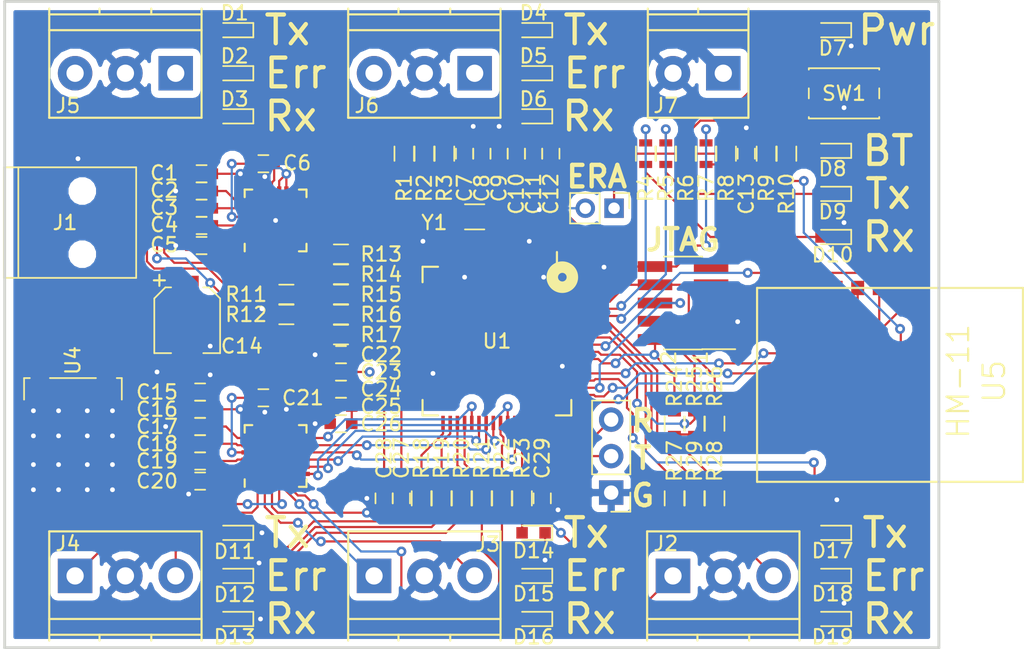
<source format=kicad_pcb>
(kicad_pcb (version 4) (host pcbnew 4.0.6)
  (layers (0 F.Cu mixed) (31 B.Cu mixed) (34 B.Paste user hide) (35 F.Paste user hide) (36 B.SilkS user) (37 F.SilkS user) (38 B.Mask user hide) (39 F.Mask user hide) (44 Edge.Cuts user))
  (net 0 "")
  (net 1 +3V3)
  (net 2 GND)
  (net 3 /XIN32)
  (net 4 /XOUT32)
  (net 5 "Net-(C18-Pad2)")
  (net 6 "Net-(C19-Pad1)")
  (net 7 "Net-(C19-Pad2)")
  (net 8 "Net-(D1-Pad2)")
  (net 9 "Net-(D2-Pad2)")
  (net 10 "Net-(D3-Pad2)")
  (net 11 "Net-(D4-Pad2)")
  (net 12 "Net-(D5-Pad2)")
  (net 13 "Net-(D6-Pad2)")
  (net 14 "Net-(D7-Pad2)")
  (net 15 "Net-(D8-Pad2)")
  (net 16 "Net-(D9-Pad2)")
  (net 17 "Net-(D10-Pad2)")
  (net 18 "Net-(D11-Pad2)")
  (net 19 "Net-(D12-Pad2)")
  (net 20 "Net-(D13-Pad2)")
  (net 21 "Net-(D14-Pad2)")
  (net 22 "Net-(D15-Pad2)")
  (net 23 "Net-(D16-Pad2)")
  (net 24 "Net-(D17-Pad2)")
  (net 25 "Net-(D18-Pad2)")
  (net 26 "Net-(D19-Pad2)")
  (net 27 "Net-(J1-Pad1)")
  (net 28 "Net-(J1-Pad2)")
  (net 29 "Net-(J1-Pad3)")
  (net 30 "Net-(J1-Pad4)")
  (net 31 /RX0)
  (net 32 /TX0)
  (net 33 /RX1)
  (net 34 /TX1)
  (net 35 /RX2)
  (net 36 /TX2)
  (net 37 /RX3)
  (net 38 /TX3)
  (net 39 /RX4)
  (net 40 /TX4)
  (net 41 /TXD5)
  (net 42 /RXD5)
  (net 43 /TMS)
  (net 44 /TDO)
  (net 45 "Net-(J9-Pad7)")
  (net 46 /TDI)
  (net 47 "Net-(J9-Pad9)")
  (net 48 /nRST)
  (net 49 "Net-(JP1-Pad2)")
  (net 50 /LED_0_RX)
  (net 51 /LED_0_TX)
  (net 52 /LED_0_ERR)
  (net 53 /LED_1_RX)
  (net 54 /LED_1_TX)
  (net 55 /LED_1_ERR)
  (net 56 /LED_2_RX)
  (net 57 /LED_2_TX)
  (net 58 /LED_2_ERR)
  (net 59 /LED_3_RX)
  (net 60 /LED_3_TX)
  (net 61 /LED_3_ERR)
  (net 62 /LED_4_RX)
  (net 63 /LED_4_TX)
  (net 64 /LED_4_ERR)
  (net 65 /LED_BT_RX)
  (net 66 /LED_BT_TX)
  (net 67 /DP)
  (net 68 /DM)
  (net 69 /VBUS_3.3V)
  (net 70 /TXD2)
  (net 71 /TXD1)
  (net 72 /TXD0)
  (net 73 /RXD2)
  (net 74 /RXD1)
  (net 75 /RXD0)
  (net 76 "Net-(U2-Pad13)")
  (net 77 /TXD4)
  (net 78 /TXD3)
  (net 79 /RXD4)
  (net 80 /RXD3)
  (net 81 "Net-(U3-Pad13)")
  (net 82 "Net-(U5-Pad8)")
  (net 83 "Net-(U5-Pad10)")
  (net 84 /BT_RESET_N)
  (net 85 "Net-(U5-Pad13)")
  (net 86 "Net-(U5-Pad14)")
  (net 87 "Net-(U5-Pad16)")
  (net 88 "Net-(U5-Pad5)")
  (net 89 "Net-(U5-Pad6)")
  (net 90 "Net-(U5-Pad7)")
  (net 91 "Net-(U1-Pad10)")
  (net 92 "Net-(U1-Pad63)")
  (net 93 /RXD6)
  (net 94 /TXD6)
  (net 95 /RTS0)
  (net 96 "Net-(U1-Pad6)")
  (net 97 "Net-(U1-Pad7)")
  (net 98 "Net-(U1-Pad23)")
  (net 99 +1V8)
  (net 100 "Net-(U1-Pad21)")
  (net 101 /TCxK)
  (net 102 /LED_BT_CxON)
  (net 103 /CxTS0)
  (net 104 "Net-(C3-Pad2)")
  (net 105 "Net-(C4-Pad1)")
  (net 106 "Net-(C4-Pad2)")
  (net 107 "Net-(C5-Pad2)")
  (net 108 "Net-(C6-Pad1)")
  (net 109 "Net-(C6-Pad2)")
  (net 110 "Net-(C13-Pad1)")
  (net 111 "Net-(R9-Pad2)")
  (net 112 "Net-(U2-Pad6)")
  (net 113 "Net-(U2-Pad10)")
  (net 114 "Net-(C15-Pad1)")
  (net 115 "Net-(C20-Pad2)")
  (net 116 "Net-(C21-Pad1)")
  (net 117 "Net-(C21-Pad2)")
  (module Pin_Headers:Pin_Header_Straight_1x02_Pitch2.00mm (layer F.Cu) (at 245.4 121.6 270)
    (fp_text reference JP1 hide)
    (fp_text value ERASE)
    (pad 1 thru_hole rect (at 0 0 270) (size 1.35 1.35) (drill 0.8) (layers *.Cu *.Mask) (net 1 +3V3))
    (pad 2 thru_hole oval (at 0 2 270) (size 1.35 1.35) (drill 0.8) (layers *.Cu *.Mask) (net 49 "Net-(JP1-Pad2)"))
  )
  (module Pin_Headers:Pin_Header_Straight_1x03_Pitch2.54mm (layer F.Cu) (at 245.2 141.4 180)
    (fp_text reference J8 hide)
    (fp_text value "DEBUG UART")
    (pad 1 thru_hole rect (at 0 0 180) (size 1.7 1.7) (drill 1) (layers *.Cu *.Mask) (net 2 GND))
    (pad 2 thru_hole oval (at 0 2.54 180) (size 1.7 1.7) (drill 1) (layers *.Cu *.Mask) (net 77 /TXD4))
    (pad 3 thru_hole oval (at 0 5.08 180) (size 1.7 1.7) (drill 1) (layers *.Cu *.Mask) (net 79 /RXD4))
  )
  (module LEDs:LED_0603 (layer F.Cu) (at 239.8 147.2 180)
    (fp_text reference D15 (at 0 -1.25 180) (layer F.SilkS))
    (fp_text value "ERr 1 (reD)")
    (pad 2 smd rect (at 0.8 0) (size 0.8 0.8) (layers F.Cu F.Paste F.Mask) (net 22 "Net-(D15-Pad2)"))
    (pad 1 smd rect (at -0.8 0) (size 0.8 0.8) (layers F.Cu F.Paste F.Mask) (net 2 GND))
  )
  (module LEDs:LED_0603 (layer F.Cu) (at 239.8 144.2 180)
    (fp_text reference D14 (at 0 -1.25 180) (layer F.SilkS))
    (fp_text value "Tx 1 (gReen)")
    (pad 2 smd rect (at 0.8 0) (size 0.8 0.8) (layers F.Cu F.Paste F.Mask) (net 21 "Net-(D14-Pad2)"))
    (pad 1 smd rect (at -0.8 0) (size 0.8 0.8) (layers F.Cu F.Paste F.Mask) (net 2 GND))
  )
  (module LEDs:LED_0603 (layer F.Cu) (at 239.8 150.2 180)
    (fp_text reference D16 (at 0 -1.25 180) (layer F.SilkS))
    (fp_text value "Rx 1 (green)")
    (pad 2 smd rect (at 0.8 0) (size 0.8 0.8) (layers F.Cu F.Paste F.Mask) (net 23 "Net-(D16-Pad2)"))
    (pad 1 smd rect (at -0.8 0) (size 0.8 0.8) (layers F.Cu F.Paste F.Mask) (net 2 GND))
  )
  (module Capacitors_SMD:C_0603 (layer F.Cu) (at 216.7 121.6)
    (fp_text reference C3 (at -2.6 -0.05) (layer F.SilkS))
    (fp_text value 100n)
    (pad 1 smd rect (at -0.75 0) (size 0.8 0.75) (layers F.Cu F.Paste F.Mask) (net 2 GND))
    (pad 2 smd rect (at 0.75 0) (size 0.8 0.75) (layers F.Cu F.Paste F.Mask) (net 104 "Net-(C3-Pad2)"))
  )
  (module Capacitors_SMD:C_0603 (layer F.Cu) (at 216.6 140.6)
    (fp_text reference C20 (at -3 0) (layer F.SilkS))
    (fp_text value 100n)
    (pad 1 smd rect (at -0.75 0) (size 0.8 0.75) (layers F.Cu F.Paste F.Mask) (net 2 GND))
    (pad 2 smd rect (at 0.75 0) (size 0.8 0.75) (layers F.Cu F.Paste F.Mask) (net 115 "Net-(C20-Pad2)"))
  )
  (module Capacitors_SMD:C_0603 (layer F.Cu) (at 216.6 138)
    (fp_text reference C18 (at -3 0) (layer F.SilkS))
    (fp_text value 100n)
    (pad 1 smd rect (at -0.75 0) (size 0.8 0.75) (layers F.Cu F.Paste F.Mask) (net 2 GND))
    (pad 2 smd rect (at 0.75 0) (size 0.8 0.75) (layers F.Cu F.Paste F.Mask) (net 5 "Net-(C18-Pad2)"))
  )
  (module Capacitors_SMD:C_0603 (layer F.Cu) (at 216.7 122.8 180)
    (fp_text reference C4 (at 2.6 0.05 180) (layer F.SilkS))
    (fp_text value 100n)
    (pad 1 smd rect (at -0.75 0 180) (size 0.8 0.75) (layers F.Cu F.Paste F.Mask) (net 105 "Net-(C4-Pad1)"))
    (pad 2 smd rect (at 0.75 0 180) (size 0.8 0.75) (layers F.Cu F.Paste F.Mask) (net 106 "Net-(C4-Pad2)"))
  )
  (module Capacitors_SMD:C_0603 (layer F.Cu) (at 216.6 139.2 180)
    (fp_text reference C19 (at 3 0 180) (layer F.SilkS))
    (fp_text value 100n)
    (pad 1 smd rect (at -0.75 0 180) (size 0.8 0.75) (layers F.Cu F.Paste F.Mask) (net 6 "Net-(C19-Pad1)"))
    (pad 2 smd rect (at 0.75 0 180) (size 0.8 0.75) (layers F.Cu F.Paste F.Mask) (net 7 "Net-(C19-Pad2)"))
  )
  (module Capacitors_SMD:C_0603 (layer F.Cu) (at 216.7 124.2)
    (fp_text reference C5 (at -2.6 -0.05) (layer F.SilkS))
    (fp_text value 100n)
    (pad 1 smd rect (at -0.75 0) (size 0.8 0.75) (layers F.Cu F.Paste F.Mask) (net 2 GND))
    (pad 2 smd rect (at 0.75 0) (size 0.8 0.75) (layers F.Cu F.Paste F.Mask) (net 107 "Net-(C5-Pad2)"))
  )
  (module Capacitors_SMD:C_0603 (layer F.Cu) (at 221 118.5)
    (fp_text reference C6 (at 2.35 -0.05) (layer F.SilkS))
    (fp_text value 100n)
    (pad 1 smd rect (at -0.75 0) (size 0.8 0.75) (layers F.Cu F.Paste F.Mask) (net 108 "Net-(C6-Pad1)"))
    (pad 2 smd rect (at 0.75 0) (size 0.8 0.75) (layers F.Cu F.Paste F.Mask) (net 109 "Net-(C6-Pad2)"))
  )
  (module Capacitors_SMD:C_0603 (layer F.Cu) (at 221 134.8)
    (fp_text reference C21 (at 2.75 0) (layer F.SilkS))
    (fp_text value 100n)
    (pad 1 smd rect (at -0.75 0) (size 0.8 0.75) (layers F.Cu F.Paste F.Mask) (net 116 "Net-(C21-Pad1)"))
    (pad 2 smd rect (at 0.75 0) (size 0.8 0.75) (layers F.Cu F.Paste F.Mask) (net 117 "Net-(C21-Pad2)"))
  )
  (module Capacitors_SMD:C_0603 (layer F.Cu) (at 216.7 120.4 180)
    (fp_text reference C2 (at 2.6 0.05 180) (layer F.SilkS))
    (fp_text value 100n)
    (pad 1 smd rect (at -0.75 0 180) (size 0.8 0.75) (layers F.Cu F.Paste F.Mask) (net 1 +3V3))
    (pad 2 smd rect (at 0.75 0 180) (size 0.8 0.75) (layers F.Cu F.Paste F.Mask) (net 2 GND))
  )
  (module Capacitors_SMD:C_0603 (layer F.Cu) (at 216.6 136.8 180)
    (fp_text reference C17 (at 3 0 180) (layer F.SilkS))
    (fp_text value 100n)
    (pad 1 smd rect (at -0.75 0 180) (size 0.8 0.75) (layers F.Cu F.Paste F.Mask) (net 1 +3V3))
    (pad 2 smd rect (at 0.75 0 180) (size 0.8 0.75) (layers F.Cu F.Paste F.Mask) (net 2 GND))
  )
  (module Capacitors_SMD:C_0603 (layer F.Cu) (at 216.7 119.2 180)
    (fp_text reference C1 (at 2.6 0.05 180) (layer F.SilkS))
    (fp_text value 100n)
    (pad 1 smd rect (at -0.75 0 180) (size 0.8 0.75) (layers F.Cu F.Paste F.Mask) (net 1 +3V3))
    (pad 2 smd rect (at 0.75 0 180) (size 0.8 0.75) (layers F.Cu F.Paste F.Mask) (net 2 GND))
  )
  (module Capacitors_SMD:C_0603 (layer F.Cu) (at 216.6 135.6 180)
    (fp_text reference C16 (at 3 0 180) (layer F.SilkS))
    (fp_text value 100n)
    (pad 1 smd rect (at -0.75 0 180) (size 0.8 0.75) (layers F.Cu F.Paste F.Mask) (net 1 +3V3))
    (pad 2 smd rect (at 0.75 0 180) (size 0.8 0.75) (layers F.Cu F.Paste F.Mask) (net 2 GND))
  )
  (module Housings_QFP:LQFP-64_10x10mm_Pitch0.5mm (layer F.Cu) (at 237.25 130.85 270)
    (fp_text reference U1 (at 0 0 360) (layer F.SilkS))
    (fp_text value ATSAMG55J19A-AU)
    (pad 1 smd rect (at -5.7 -3.75 270) (size 1 0.25) (layers F.Cu F.Paste F.Mask) (net 1 +3V3))
    (pad 2 smd rect (at -5.7 -3.25 270) (size 1 0.25) (layers F.Cu F.Paste F.Mask) (net 48 /nRST))
    (pad 3 smd rect (at -5.7 -2.75 270) (size 1 0.25) (layers F.Cu F.Paste F.Mask) (net 49 "Net-(JP1-Pad2)"))
    (pad 4 smd rect (at -5.7 -2.25 270) (size 1 0.25) (layers F.Cu F.Paste F.Mask) (net 80 /RXD3))
    (pad 5 smd rect (at -5.7 -1.75 270) (size 1 0.25) (layers F.Cu F.Paste F.Mask) (net 78 /TXD3))
    (pad 6 smd rect (at -5.7 -1.25 270) (size 1 0.25) (layers F.Cu F.Paste F.Mask) (net 96 "Net-(U1-Pad6)"))
    (pad 7 smd rect (at -5.7 -0.75 270) (size 1 0.25) (layers F.Cu F.Paste F.Mask) (net 97 "Net-(U1-Pad7)"))
    (pad 8 smd rect (at -5.7 -0.25 270) (size 1 0.25) (layers F.Cu F.Paste F.Mask) (net 73 /RXD2))
    (pad 9 smd rect (at -5.7 0.25 270) (size 1 0.25) (layers F.Cu F.Paste F.Mask) (net 99 +1V8))
    (pad 10 smd rect (at -5.7 0.75 270) (size 1 0.25) (layers F.Cu F.Paste F.Mask) (net 91 "Net-(U1-Pad10)"))
    (pad 11 smd rect (at -5.7 1.25 270) (size 1 0.25) (layers F.Cu F.Paste F.Mask) (net 3 /XIN32))
    (pad 12 smd rect (at -5.7 1.75 270) (size 1 0.25) (layers F.Cu F.Paste F.Mask) (net 4 /XOUT32))
    (pad 13 smd rect (at -5.7 2.25 270) (size 1 0.25) (layers F.Cu F.Paste F.Mask) (net 2 GND))
    (pad 14 smd rect (at -5.7 2.75 270) (size 1 0.25) (layers F.Cu F.Paste F.Mask) (net 62 /LED_4_RX))
    (pad 15 smd rect (at -5.7 3.25 270) (size 1 0.25) (layers F.Cu F.Paste F.Mask) (net 64 /LED_4_ERR))
    (pad 16 smd rect (at -5.7 3.75 270) (size 1 0.25) (layers F.Cu F.Paste F.Mask) (net 63 /LED_4_TX))
    (pad 17 smd rect (at -3.75 5.7) (size 1 0.25) (layers F.Cu F.Paste F.Mask) (net 70 /TXD2))
    (pad 18 smd rect (at -3.25 5.7) (size 1 0.25) (layers F.Cu F.Paste F.Mask) (net 60 /LED_3_TX))
    (pad 19 smd rect (at -2.75 5.7) (size 1 0.25) (layers F.Cu F.Paste F.Mask) (net 61 /LED_3_ERR))
    (pad 20 smd rect (at -2.25 5.7) (size 1 0.25) (layers F.Cu F.Paste F.Mask) (net 59 /LED_3_RX))
    (pad 21 smd rect (at -1.75 5.7) (size 1 0.25) (layers F.Cu F.Paste F.Mask) (net 100 "Net-(U1-Pad21)"))
    (pad 22 smd rect (at -1.25 5.7) (size 1 0.25) (layers F.Cu F.Paste F.Mask) (net 69 /VBUS_3.3V))
    (pad 23 smd rect (at -0.75 5.7) (size 1 0.25) (layers F.Cu F.Paste F.Mask) (net 98 "Net-(U1-Pad23)"))
    (pad 24 smd rect (at -0.25 5.7) (size 1 0.25) (layers F.Cu F.Paste F.Mask) (net 67 /DP))
    (pad 25 smd rect (at 0.25 5.7) (size 1 0.25) (layers F.Cu F.Paste F.Mask) (net 68 /DM))
    (pad 26 smd rect (at 0.75 5.7) (size 1 0.25) (layers F.Cu F.Paste F.Mask) (net 1 +3V3))
    (pad 27 smd rect (at 1.25 5.7) (size 1 0.25) (layers F.Cu F.Paste F.Mask) (net 1 +3V3))
    (pad 28 smd rect (at 1.75 5.7) (size 1 0.25) (layers F.Cu F.Paste F.Mask) (net 1 +3V3))
    (pad 29 smd rect (at 2.25 5.7) (size 1 0.25) (layers F.Cu F.Paste F.Mask) (net 2 GND))
    (pad 30 smd rect (at 2.75 5.7) (size 1 0.25) (layers F.Cu F.Paste F.Mask) (net 99 +1V8))
    (pad 31 smd rect (at 3.25 5.7) (size 1 0.25) (layers F.Cu F.Paste F.Mask) (net 1 +3V3))
    (pad 32 smd rect (at 3.75 5.7) (size 1 0.25) (layers F.Cu F.Paste F.Mask) (net 1 +3V3))
    (pad 33 smd rect (at 5.7 3.75 270) (size 1 0.25) (layers F.Cu F.Paste F.Mask) (net 57 /LED_2_TX))
    (pad 34 smd rect (at 5.7 3.25 270) (size 1 0.25) (layers F.Cu F.Paste F.Mask) (net 58 /LED_2_ERR))
    (pad 35 smd rect (at 5.7 2.75 270) (size 1 0.25) (layers F.Cu F.Paste F.Mask) (net 56 /LED_2_RX))
    (pad 36 smd rect (at 5.7 2.25 270) (size 1 0.25) (layers F.Cu F.Paste F.Mask) (net 53 /LED_1_RX))
    (pad 37 smd rect (at 5.7 1.75 270) (size 1 0.25) (layers F.Cu F.Paste F.Mask) (net 93 /RXD6))
    (pad 38 smd rect (at 5.7 1.25 270) (size 1 0.25) (layers F.Cu F.Paste F.Mask) (net 94 /TXD6))
    (pad 39 smd rect (at 5.7 0.75 270) (size 1 0.25) (layers F.Cu F.Paste F.Mask) (net 74 /RXD1))
    (pad 40 smd rect (at 5.7 0.25 270) (size 1 0.25) (layers F.Cu F.Paste F.Mask) (net 71 /TXD1))
    (pad 41 smd rect (at 5.7 -0.25 270) (size 1 0.25) (layers F.Cu F.Paste F.Mask) (net 55 /LED_1_ERR))
    (pad 42 smd rect (at 5.7 -0.75 270) (size 1 0.25) (layers F.Cu F.Paste F.Mask) (net 41 /TXD5))
    (pad 43 smd rect (at 5.7 -1.25 270) (size 1 0.25) (layers F.Cu F.Paste F.Mask) (net 42 /RXD5))
    (pad 44 smd rect (at 5.7 -1.75 270) (size 1 0.25) (layers F.Cu F.Paste F.Mask) (net 54 /LED_1_TX))
    (pad 45 smd rect (at 5.7 -2.25 270) (size 1 0.25) (layers F.Cu F.Paste F.Mask) (net 99 +1V8))
    (pad 46 smd rect (at 5.7 -2.75 270) (size 1 0.25) (layers F.Cu F.Paste F.Mask) (net 77 /TXD4))
    (pad 47 smd rect (at 5.7 -3.25 270) (size 1 0.25) (layers F.Cu F.Paste F.Mask) (net 79 /RXD4))
    (pad 48 smd rect (at 5.7 -3.75 270) (size 1 0.25) (layers F.Cu F.Paste F.Mask) (net 72 /TXD0))
    (pad 49 smd rect (at 3.75 -5.7) (size 1 0.25) (layers F.Cu F.Paste F.Mask) (net 75 /RXD0))
    (pad 50 smd rect (at 3.25 -5.7) (size 1 0.25) (layers F.Cu F.Paste F.Mask) (net 44 /TDO))
    (pad 51 smd rect (at 2.75 -5.7) (size 1 0.25) (layers F.Cu F.Paste F.Mask) (net 84 /BT_RESET_N))
    (pad 52 smd rect (at 2.25 -5.7) (size 1 0.25) (layers F.Cu F.Paste F.Mask) (net 95 /RTS0))
    (pad 53 smd rect (at 1.75 -5.7) (size 1 0.25) (layers F.Cu F.Paste F.Mask) (net 2 GND))
    (pad 54 smd rect (at 1.25 -5.7) (size 1 0.25) (layers F.Cu F.Paste F.Mask) (net 43 /TMS))
    (pad 55 smd rect (at 0.75 -5.7) (size 1 0.25) (layers F.Cu F.Paste F.Mask) (net 101 /TCxK))
    (pad 56 smd rect (at 0.25 -5.7) (size 1 0.25) (layers F.Cu F.Paste F.Mask) (net 103 /CxTS0))
    (pad 57 smd rect (at -0.25 -5.7) (size 1 0.25) (layers F.Cu F.Paste F.Mask) (net 50 /LED_0_RX))
    (pad 58 smd rect (at -0.75 -5.7) (size 1 0.25) (layers F.Cu F.Paste F.Mask) (net 52 /LED_0_ERR))
    (pad 59 smd rect (at -1.25 -5.7) (size 1 0.25) (layers F.Cu F.Paste F.Mask) (net 51 /LED_0_TX))
    (pad 60 smd rect (at -1.75 -5.7) (size 1 0.25) (layers F.Cu F.Paste F.Mask) (net 66 /LED_BT_TX))
    (pad 61 smd rect (at -2.25 -5.7) (size 1 0.25) (layers F.Cu F.Paste F.Mask) (net 65 /LED_BT_RX))
    (pad 62 smd rect (at -2.75 -5.7) (size 1 0.25) (layers F.Cu F.Paste F.Mask) (net 46 /TDI))
    (pad 63 smd rect (at -3.25 -5.7) (size 1 0.25) (layers F.Cu F.Paste F.Mask) (net 92 "Net-(U1-Pad63)"))
    (pad 64 smd rect (at -3.75 -5.7) (size 1 0.25) (layers F.Cu F.Paste F.Mask) (net 1 +3V3))
  )
  (module Crystals:Crystal_SMD_3215-2pin_3.2x1.5mm (layer F.Cu) (at 235.7 122.2)
    (fp_text reference Y1 (at -2.8 0.4) (layer F.SilkS))
    (fp_text value 32.768k)
    (pad 1 smd rect (at 1.25 0) (size 1 1.8) (layers F.Cu F.Paste F.Mask) (net 3 /XIN32))
    (pad 2 smd rect (at -1.25 0) (size 1 1.8) (layers F.Cu F.Paste F.Mask) (net 4 /XOUT32))
  )
  (module MaxNil:HM-11 (layer F.Cu) (at 264.1 133.9 270)
    (fp_text reference U5 (at -0.25 -7.75 270) (layer F.SilkS) (effects (font (size 1.5 1.5))))
    (fp_text value HM-11 (at -0.25 -5.25 270) (layer F.SilkS) (effects (font (size 1.5 1.5))))
    (pad 8 smd rect (at -6.75 7.75 270) (size 1 0.9) (layers F.Cu F.Paste F.Mask) (net 82 "Net-(U5-Pad8)"))
    (pad 9 smd rect (at 6.75 7.75 270) (size 1 0.9) (layers F.Cu F.Paste F.Mask) (net 1 +3V3))
    (pad 10 smd rect (at 6.75 6.25 270) (size 1 0.9) (layers F.Cu F.Paste F.Mask) (net 83 "Net-(U5-Pad10)"))
    (pad 11 smd rect (at 6.75 4.75 270) (size 1 0.9) (layers F.Cu F.Paste F.Mask) (net 84 /BT_RESET_N))
    (pad 12 smd rect (at 6.75 3.25 270) (size 1 0.9) (layers F.Cu F.Paste F.Mask) (net 2 GND))
    (pad 13 smd rect (at 6.75 1.75 270) (size 1 0.9) (layers F.Cu F.Paste F.Mask) (net 85 "Net-(U5-Pad13)"))
    (pad 14 smd rect (at 6.75 0.25 270) (size 1 0.9) (layers F.Cu F.Paste F.Mask) (net 86 "Net-(U5-Pad14)"))
    (pad 15 smd rect (at 6.75 -1.25 270) (size 1 0.9) (layers F.Cu F.Paste F.Mask) (net 102 /LED_BT_CxON))
    (pad 16 smd rect (at 6.75 -2.75 270) (size 1 0.9) (layers F.Cu F.Paste F.Mask) (net 87 "Net-(U5-Pad16)"))
    (pad 1 smd rect (at -6.75 -2.75 270) (size 1 0.9) (layers F.Cu F.Paste F.Mask) (net 103 /CxTS0))
    (pad 2 smd rect (at -6.75 -1.25 270) (size 1 0.9) (layers F.Cu F.Paste F.Mask) (net 75 /RXD0))
    (pad 3 smd rect (at -6.75 0.25 270) (size 1 0.9) (layers F.Cu F.Paste F.Mask) (net 95 /RTS0))
    (pad 4 smd rect (at -6.75 1.75 270) (size 1 0.9) (layers F.Cu F.Paste F.Mask) (net 72 /TXD0))
    (pad 5 smd rect (at -6.75 3.25 270) (size 1 0.9) (layers F.Cu F.Paste F.Mask) (net 88 "Net-(U5-Pad5)"))
    (pad 6 smd rect (at -6.75 4.75 270) (size 1 0.9) (layers F.Cu F.Paste F.Mask) (net 89 "Net-(U5-Pad6)"))
    (pad 7 smd rect (at -6.75 6.25 270) (size 1 0.9) (layers F.Cu F.Paste F.Mask) (net 90 "Net-(U5-Pad7)"))
  )
  (module TO_SOT_Packages_SMD:TO-252-2_Rectifier (layer F.Cu) (at 207.75 135.7 270)
    (fp_text reference U4 (at -3.5 0 270) (layer F.SilkS))
    (fp_text value LF33ABDT-TR)
    (pad 1 smd rect (at -4.575 -2.3 180) (size 2 3.5) (layers F.Cu F.Paste F.Mask) (net 114 "Net-(C15-Pad1)"))
    (pad 3 smd rect (at -4.575 2.28 180) (size 2 3.5) (layers F.Cu F.Paste F.Mask) (net 1 +3V3))
    (pad 2 smd rect (at 2.825 0 180) (size 7 7) (layers F.Cu F.Paste F.Mask) (net 2 GND))
  )
  (module Buttons_Switches_SMD:SW_SPST_EVQP2 (layer F.Cu) (at 261.4 113.6 180)
    (fp_text reference SW1 (at 0 0 180) (layer F.SilkS))
    (fp_text value Reset)
    (pad 1 smd rect (at 2.58 -1 180) (size 1.45 0.7) (layers F.Cu F.Paste F.Mask) (net 2 GND))
    (pad 1 smd rect (at -2.58 -1 180) (size 1.45 0.7) (layers F.Cu F.Paste F.Mask) (net 2 GND))
    (pad 2 smd rect (at -2.58 1 180) (size 1.45 0.7) (layers F.Cu F.Paste F.Mask) (net 111 "Net-(R9-Pad2)"))
    (pad 2 smd rect (at 2.58 1 180) (size 1.45 0.7) (layers F.Cu F.Paste F.Mask) (net 111 "Net-(R9-Pad2)"))
  )
  (module Resistors_SMD:R_0603 (layer F.Cu) (at 251.8 117.8 270)
    (fp_text reference R7 (at 2.4 0 270) (layer F.SilkS))
    (fp_text value 39)
    (pad 1 smd rect (at -0.75 0 270) (size 0.5 0.9) (layers F.Cu F.Paste F.Mask) (net 48 /nRST))
    (pad 2 smd rect (at 0.75 0 270) (size 0.5 0.9) (layers F.Cu F.Paste F.Mask) (net 110 "Net-(C13-Pad1)"))
  )
  (module Resistors_SMD:R_0603 (layer F.Cu) (at 253.2 117.8 270)
    (fp_text reference R8 (at 2.4 0 270) (layer F.SilkS))
    (fp_text value 100k)
    (pad 1 smd rect (at -0.75 0 270) (size 0.5 0.9) (layers F.Cu F.Paste F.Mask) (net 1 +3V3))
    (pad 2 smd rect (at 0.75 0 270) (size 0.5 0.9) (layers F.Cu F.Paste F.Mask) (net 110 "Net-(C13-Pad1)"))
  )
  (module Resistors_SMD:R_0603 (layer F.Cu) (at 256 117.8 90)
    (fp_text reference R9 (at -2.4 0 90) (layer F.SilkS))
    (fp_text value 39)
    (pad 1 smd rect (at -0.75 0 90) (size 0.5 0.9) (layers F.Cu F.Paste F.Mask) (net 110 "Net-(C13-Pad1)"))
    (pad 2 smd rect (at 0.75 0 90) (size 0.5 0.9) (layers F.Cu F.Paste F.Mask) (net 111 "Net-(R9-Pad2)"))
  )
  (module Resistors_SMD:R_0603 (layer F.Cu) (at 249.6 136.6 90)
    (fp_text reference R24 (at 2.6 0 90) (layer F.SilkS))
    (fp_text value 100k)
    (pad 1 smd rect (at -0.75 0 90) (size 0.5 0.9) (layers F.Cu F.Paste F.Mask) (net 1 +3V3))
    (pad 2 smd rect (at 0.75 0 90) (size 0.5 0.9) (layers F.Cu F.Paste F.Mask) (net 43 /TMS))
  )
  (module Resistors_SMD:R_0603 (layer F.Cu) (at 251 136.6 90)
    (fp_text reference R25 (at 2.6 0 90) (layer F.SilkS))
    (fp_text value 100k)
    (pad 1 smd rect (at -0.75 0 90) (size 0.5 0.9) (layers F.Cu F.Paste F.Mask) (net 1 +3V3))
    (pad 2 smd rect (at 0.75 0 90) (size 0.5 0.9) (layers F.Cu F.Paste F.Mask) (net 101 /TCxK))
  )
  (module Resistors_SMD:R_0603 (layer F.Cu) (at 252.4 136.6 90)
    (fp_text reference R26 (at 2.6 0 90) (layer F.SilkS))
    (fp_text value 100k)
    (pad 1 smd rect (at -0.75 0 90) (size 0.5 0.9) (layers F.Cu F.Paste F.Mask) (net 1 +3V3))
    (pad 2 smd rect (at 0.75 0 90) (size 0.5 0.9) (layers F.Cu F.Paste F.Mask) (net 46 /TDI))
  )
  (module Resistors_SMD:R_0603 (layer F.Cu) (at 222.6 129 180)
    (fp_text reference R12 (at 2.8 0 180) (layer F.SilkS))
    (fp_text value 47k)
    (pad 1 smd rect (at -0.75 0 180) (size 0.5 0.9) (layers F.Cu F.Paste F.Mask) (net 69 /VBUS_3.3V))
    (pad 2 smd rect (at 0.75 0 180) (size 0.5 0.9) (layers F.Cu F.Paste F.Mask) (net 2 GND))
  )
  (module Resistors_SMD:R_0603 (layer F.Cu) (at 226.4 130.4 180)
    (fp_text reference R17 (at -2.8 0 180) (layer F.SilkS))
    (fp_text value 39)
    (pad 1 smd rect (at -0.75 0 180) (size 0.5 0.9) (layers F.Cu F.Paste F.Mask) (net 68 /DM))
    (pad 2 smd rect (at 0.75 0 180) (size 0.5 0.9) (layers F.Cu F.Paste F.Mask) (net 28 "Net-(J1-Pad2)"))
  )
  (module Resistors_SMD:R_0603 (layer F.Cu) (at 226.4 129 180)
    (fp_text reference R16 (at -2.8 0 180) (layer F.SilkS))
    (fp_text value 39)
    (pad 1 smd rect (at -0.75 0 180) (size 0.5 0.9) (layers F.Cu F.Paste F.Mask) (net 67 /DP))
    (pad 2 smd rect (at 0.75 0 180) (size 0.5 0.9) (layers F.Cu F.Paste F.Mask) (net 29 "Net-(J1-Pad3)"))
  )
  (module Resistors_SMD:R_0603 (layer F.Cu) (at 250.4 117.8 90)
    (fp_text reference R6 (at -2.4 0 90) (layer F.SilkS))
    (fp_text value 220)
    (pad 1 smd rect (at -0.75 0 90) (size 0.5 0.9) (layers F.Cu F.Paste F.Mask) (net 1 +3V3))
    (pad 2 smd rect (at 0.75 0 90) (size 0.5 0.9) (layers F.Cu F.Paste F.Mask) (net 14 "Net-(D7-Pad2)"))
  )
  (module Resistors_SMD:R_0603 (layer F.Cu) (at 257.4 117.8 90)
    (fp_text reference R10 (at -2.8 0 90) (layer F.SilkS))
    (fp_text value 220)
    (pad 1 smd rect (at -0.75 0 90) (size 0.5 0.9) (layers F.Cu F.Paste F.Mask) (net 102 /LED_BT_CxON))
    (pad 2 smd rect (at 0.75 0 90) (size 0.5 0.9) (layers F.Cu F.Paste F.Mask) (net 15 "Net-(D8-Pad2)"))
  )
  (module Resistors_SMD:R_0603 (layer F.Cu) (at 249 117.8 270)
    (fp_text reference R5 (at 2.4 0 270) (layer F.SilkS))
    (fp_text value 220)
    (pad 1 smd rect (at -0.75 0 270) (size 0.5 0.9) (layers F.Cu F.Paste F.Mask) (net 66 /LED_BT_TX))
    (pad 2 smd rect (at 0.75 0 270) (size 0.5 0.9) (layers F.Cu F.Paste F.Mask) (net 16 "Net-(D9-Pad2)"))
  )
  (module Resistors_SMD:R_0603 (layer F.Cu) (at 247.6 117.8 270)
    (fp_text reference R4 (at 2.4 0 270) (layer F.SilkS))
    (fp_text value 220)
    (pad 1 smd rect (at -0.75 0 270) (size 0.5 0.9) (layers F.Cu F.Paste F.Mask) (net 65 /LED_BT_RX))
    (pad 2 smd rect (at 0.75 0 270) (size 0.5 0.9) (layers F.Cu F.Paste F.Mask) (net 17 "Net-(D10-Pad2)"))
  )
  (module Resistors_SMD:R_0603 (layer F.Cu) (at 230.8 117.8 90)
    (fp_text reference R1 (at -2.4 0 90) (layer F.SilkS))
    (fp_text value 220)
    (pad 1 smd rect (at -0.75 0 90) (size 0.5 0.9) (layers F.Cu F.Paste F.Mask) (net 63 /LED_4_TX))
    (pad 2 smd rect (at 0.75 0 90) (size 0.5 0.9) (layers F.Cu F.Paste F.Mask) (net 11 "Net-(D4-Pad2)"))
  )
  (module Resistors_SMD:R_0603 (layer F.Cu) (at 232.2 117.8 90)
    (fp_text reference R2 (at -2.4 0 90) (layer F.SilkS))
    (fp_text value 220)
    (pad 1 smd rect (at -0.75 0 90) (size 0.5 0.9) (layers F.Cu F.Paste F.Mask) (net 64 /LED_4_ERR))
    (pad 2 smd rect (at 0.75 0 90) (size 0.5 0.9) (layers F.Cu F.Paste F.Mask) (net 12 "Net-(D5-Pad2)"))
  )
  (module Resistors_SMD:R_0603 (layer F.Cu) (at 233.6 117.8 90)
    (fp_text reference R3 (at -2.4 0 90) (layer F.SilkS))
    (fp_text value 220)
    (pad 1 smd rect (at -0.75 0 90) (size 0.5 0.9) (layers F.Cu F.Paste F.Mask) (net 62 /LED_4_RX))
    (pad 2 smd rect (at 0.75 0 90) (size 0.5 0.9) (layers F.Cu F.Paste F.Mask) (net 13 "Net-(D6-Pad2)"))
  )
  (module Resistors_SMD:R_0603 (layer F.Cu) (at 226.4 127.6 180)
    (fp_text reference R15 (at -2.8 0 180) (layer F.SilkS))
    (fp_text value 220)
    (pad 1 smd rect (at -0.75 0 180) (size 0.5 0.9) (layers F.Cu F.Paste F.Mask) (net 59 /LED_3_RX))
    (pad 2 smd rect (at 0.75 0 180) (size 0.5 0.9) (layers F.Cu F.Paste F.Mask) (net 10 "Net-(D3-Pad2)"))
  )
  (module Resistors_SMD:R_0603 (layer F.Cu) (at 226.4 126.2 180)
    (fp_text reference R14 (at -2.8 0 180) (layer F.SilkS))
    (fp_text value 220)
    (pad 1 smd rect (at -0.75 0 180) (size 0.5 0.9) (layers F.Cu F.Paste F.Mask) (net 61 /LED_3_ERR))
    (pad 2 smd rect (at 0.75 0 180) (size 0.5 0.9) (layers F.Cu F.Paste F.Mask) (net 9 "Net-(D2-Pad2)"))
  )
  (module Resistors_SMD:R_0603 (layer F.Cu) (at 226.4 124.8 180)
    (fp_text reference R13 (at -2.8 0 180) (layer F.SilkS))
    (fp_text value 220)
    (pad 1 smd rect (at -0.75 0 180) (size 0.5 0.9) (layers F.Cu F.Paste F.Mask) (net 60 /LED_3_TX))
    (pad 2 smd rect (at 0.75 0 180) (size 0.5 0.9) (layers F.Cu F.Paste F.Mask) (net 8 "Net-(D1-Pad2)"))
  )
  (module Resistors_SMD:R_0603 (layer F.Cu) (at 232 141.8 270)
    (fp_text reference R18 (at -2.8 0 270) (layer F.SilkS))
    (fp_text value 220)
    (pad 1 smd rect (at -0.75 0 270) (size 0.5 0.9) (layers F.Cu F.Paste F.Mask) (net 57 /LED_2_TX))
    (pad 2 smd rect (at 0.75 0 270) (size 0.5 0.9) (layers F.Cu F.Paste F.Mask) (net 18 "Net-(D11-Pad2)"))
  )
  (module Resistors_SMD:R_0603 (layer F.Cu) (at 233.4 141.8 270)
    (fp_text reference R19 (at -2.8 0 450) (layer F.SilkS))
    (fp_text value 220)
    (pad 1 smd rect (at -0.75 0 270) (size 0.5 0.9) (layers F.Cu F.Paste F.Mask) (net 58 /LED_2_ERR))
    (pad 2 smd rect (at 0.75 0 270) (size 0.5 0.9) (layers F.Cu F.Paste F.Mask) (net 19 "Net-(D12-Pad2)"))
  )
  (module Resistors_SMD:R_0603 (layer F.Cu) (at 234.8 141.8 270)
    (fp_text reference R20 (at -2.8 0 270) (layer F.SilkS))
    (fp_text value 220)
    (pad 1 smd rect (at -0.75 0 270) (size 0.5 0.9) (layers F.Cu F.Paste F.Mask) (net 56 /LED_2_RX))
    (pad 2 smd rect (at 0.75 0 270) (size 0.5 0.9) (layers F.Cu F.Paste F.Mask) (net 20 "Net-(D13-Pad2)"))
  )
  (module Resistors_SMD:R_0603 (layer F.Cu) (at 236.2 141.8 270)
    (fp_text reference R21 (at -2.8 0 270) (layer F.SilkS))
    (fp_text value 220)
    (pad 1 smd rect (at -0.75 0 270) (size 0.5 0.9) (layers F.Cu F.Paste F.Mask) (net 53 /LED_1_RX))
    (pad 2 smd rect (at 0.75 0 270) (size 0.5 0.9) (layers F.Cu F.Paste F.Mask) (net 23 "Net-(D16-Pad2)"))
  )
  (module Resistors_SMD:R_0603 (layer F.Cu) (at 237.6 141.8 270)
    (fp_text reference R22 (at -2.8 0 270) (layer F.SilkS))
    (fp_text value 220)
    (pad 1 smd rect (at -0.75 0 270) (size 0.5 0.9) (layers F.Cu F.Paste F.Mask) (net 55 /LED_1_ERR))
    (pad 2 smd rect (at 0.75 0 270) (size 0.5 0.9) (layers F.Cu F.Paste F.Mask) (net 22 "Net-(D15-Pad2)"))
  )
  (module Resistors_SMD:R_0603 (layer F.Cu) (at 239 141.8 270)
    (fp_text reference R23 (at -2.8 0 270) (layer F.SilkS))
    (fp_text value 220)
    (pad 1 smd rect (at -0.75 0 270) (size 0.5 0.9) (layers F.Cu F.Paste F.Mask) (net 54 /LED_1_TX))
    (pad 2 smd rect (at 0.75 0 270) (size 0.5 0.9) (layers F.Cu F.Paste F.Mask) (net 21 "Net-(D14-Pad2)"))
  )
  (module Resistors_SMD:R_0603 (layer F.Cu) (at 249.6 141.8 270)
    (fp_text reference R27 (at -2.6 0 270) (layer F.SilkS))
    (fp_text value 220)
    (pad 1 smd rect (at -0.75 0 270) (size 0.5 0.9) (layers F.Cu F.Paste F.Mask) (net 50 /LED_0_RX))
    (pad 2 smd rect (at 0.75 0 270) (size 0.5 0.9) (layers F.Cu F.Paste F.Mask) (net 26 "Net-(D19-Pad2)"))
  )
  (module Resistors_SMD:R_0603 (layer F.Cu) (at 251 141.8 270)
    (fp_text reference R29 (at -2.6 0 270) (layer F.SilkS))
    (fp_text value 220)
    (pad 1 smd rect (at -0.75 0 270) (size 0.5 0.9) (layers F.Cu F.Paste F.Mask) (net 52 /LED_0_ERR))
    (pad 2 smd rect (at 0.75 0 270) (size 0.5 0.9) (layers F.Cu F.Paste F.Mask) (net 25 "Net-(D18-Pad2)"))
  )
  (module Resistors_SMD:R_0603 (layer F.Cu) (at 252.4 141.8 270)
    (fp_text reference R28 (at -2.6 0 270) (layer F.SilkS))
    (fp_text value 220)
    (pad 1 smd rect (at -0.75 0 270) (size 0.5 0.9) (layers F.Cu F.Paste F.Mask) (net 51 /LED_0_TX))
    (pad 2 smd rect (at 0.75 0 270) (size 0.5 0.9) (layers F.Cu F.Paste F.Mask) (net 24 "Net-(D17-Pad2)"))
  )
  (module Pin_Headers:Pin_Header_Straight_2x05_Pitch1.27mm_SMD (layer F.Cu) (at 250.2 128.2 180)
    (fp_text reference J9 hide)
    (fp_text value JTAG)
    (pad 1 smd rect (at -1.95 -2.54 180) (size 2.4 0.75) (layers F.Cu F.Paste F.Mask) (net 1 +3V3))
    (pad 2 smd rect (at 1.95 -2.54 180) (size 2.4 0.75) (layers F.Cu F.Paste F.Mask) (net 43 /TMS))
    (pad 3 smd rect (at -1.95 -1.27 180) (size 2.4 0.75) (layers F.Cu F.Paste F.Mask) (net 2 GND))
    (pad 4 smd rect (at 1.95 -1.27 180) (size 2.4 0.75) (layers F.Cu F.Paste F.Mask) (net 101 /TCxK))
    (pad 5 smd rect (at -1.95 0 180) (size 2.4 0.75) (layers F.Cu F.Paste F.Mask) (net 2 GND))
    (pad 6 smd rect (at 1.95 0 180) (size 2.4 0.75) (layers F.Cu F.Paste F.Mask) (net 44 /TDO))
    (pad 7 smd rect (at -1.95 1.27 180) (size 2.4 0.75) (layers F.Cu F.Paste F.Mask) (net 45 "Net-(J9-Pad7)"))
    (pad 8 smd rect (at 1.95 1.27 180) (size 2.4 0.75) (layers F.Cu F.Paste F.Mask) (net 46 /TDI))
    (pad 9 smd rect (at -1.95 2.54 180) (size 2.4 0.75) (layers F.Cu F.Paste F.Mask) (net 47 "Net-(J9-Pad9)"))
    (pad 10 smd rect (at 1.95 2.54 180) (size 2.4 0.75) (layers F.Cu F.Paste F.Mask) (net 48 /nRST))
  )
  (module Connectors_Terminal_Blocks:TerminalBlock_Pheonix_PT-3.5mm_2pol (layer F.Cu) (at 253 112.2 180)
    (fp_text reference J7 (at 4 -2.25 180) (layer F.SilkS))
    (fp_text value 12V)
    (pad 2 thru_hole circle (at 3.5 0 180) (size 2.4 2.4) (drill 1.2) (layers *.Cu *.Mask) (net 2 GND))
    (pad 1 thru_hole rect (at 0 0 180) (size 2.4 2.4) (drill 1.2) (layers *.Cu *.Mask) (net 114 "Net-(C15-Pad1)"))
  )
  (module Connectors_Terminal_Blocks:TerminalBlock_Pheonix_PT-3.5mm_3pol (layer F.Cu) (at 235.7 112.2 180)
    (fp_text reference J6 (at 7.5 -2.25 180) (layer F.SilkS))
    (fp_text value "PoRt 5")
    (pad 2 thru_hole circle (at 3.5 0 180) (size 2.4 2.4) (drill 1.2) (layers *.Cu *.Mask) (net 2 GND))
    (pad 3 thru_hole circle (at 7 0 180) (size 2.4 2.4) (drill 1.2) (layers *.Cu *.Mask) (net 39 /RX4))
    (pad 1 thru_hole rect (at 0 0 180) (size 2.4 2.4) (drill 1.2) (layers *.Cu *.Mask) (net 40 /TX4))
  )
  (module Connectors_Terminal_Blocks:TerminalBlock_Pheonix_PT-3.5mm_3pol (layer F.Cu) (at 214.9 112.2 180)
    (fp_text reference J5 (at 7.5 -2.25 180) (layer F.SilkS))
    (fp_text value "PoRt 4")
    (pad 2 thru_hole circle (at 3.5 0 180) (size 2.4 2.4) (drill 1.2) (layers *.Cu *.Mask) (net 2 GND))
    (pad 3 thru_hole circle (at 7 0 180) (size 2.4 2.4) (drill 1.2) (layers *.Cu *.Mask) (net 37 /RX3))
    (pad 1 thru_hole rect (at 0 0 180) (size 2.4 2.4) (drill 1.2) (layers *.Cu *.Mask) (net 38 /TX3))
  )
  (module Connectors_Terminal_Blocks:TerminalBlock_Pheonix_PT-3.5mm_3pol (layer F.Cu) (at 228.7 147.2)
    (fp_text reference J3 (at 7.9 -2.2) (layer F.SilkS))
    (fp_text value "PoRt 2")
    (pad 2 thru_hole circle (at 3.5 0) (size 2.4 2.4) (drill 1.2) (layers *.Cu *.Mask) (net 2 GND))
    (pad 3 thru_hole circle (at 7 0) (size 2.4 2.4) (drill 1.2) (layers *.Cu *.Mask) (net 33 /RX1))
    (pad 1 thru_hole rect (at 0 0) (size 2.4 2.4) (drill 1.2) (layers *.Cu *.Mask) (net 34 /TX1))
  )
  (module Connectors:USB_Mini-B (layer F.Cu) (at 208.2 122.6)
    (fp_text reference J1 (at -1 0) (layer F.SilkS))
    (fp_text value USB)
    (pad 1 smd rect (at 2.8 -1.6) (size 2.3 0.5) (layers F.Cu F.Paste F.Mask) (net 27 "Net-(J1-Pad1)"))
    (pad 2 smd rect (at 2.8 -0.8) (size 2.3 0.5) (layers F.Cu F.Paste F.Mask) (net 28 "Net-(J1-Pad2)"))
    (pad 3 smd rect (at 2.8 0) (size 2.3 0.5) (layers F.Cu F.Paste F.Mask) (net 29 "Net-(J1-Pad3)"))
    (pad 4 smd rect (at 2.8 0.8) (size 2.3 0.5) (layers F.Cu F.Paste F.Mask) (net 30 "Net-(J1-Pad4)"))
    (pad 5 smd rect (at 2.8 1.6) (size 2.3 0.5) (layers F.Cu F.Paste F.Mask) (net 2 GND))
    (pad 6 smd rect (at 2.7 -4.45) (size 2.5 2) (layers F.Cu F.Paste F.Mask) (net 2 GND))
    (pad 6 smd rect (at -2.8 -4.45) (size 2.5 2) (layers F.Cu F.Paste F.Mask) (net 2 GND))
    (pad 6 smd rect (at 2.7 4.45) (size 2.5 2) (layers F.Cu F.Paste F.Mask) (net 2 GND))
    (pad 6 smd rect (at -2.8 4.45) (size 2.5 2) (layers F.Cu F.Paste F.Mask) (net 2 GND))
    (pad "" np_thru_hole circle (at 0.2 -2.2) (size 0.9 0.9) (drill 0.9) (layers *.Cu *.Mask))
    (pad "" np_thru_hole circle (at 0.2 2.2) (size 0.9 0.9) (drill 0.9) (layers *.Cu *.Mask))
  )
  (module LEDs:LED_0603 (layer F.Cu) (at 260.6 109.2 180)
    (fp_text reference D7 (at 0 -1.25 180) (layer F.SilkS))
    (fp_text value "PWR (green)")
    (pad 2 smd rect (at 0.8 0) (size 0.8 0.8) (layers F.Cu F.Paste F.Mask) (net 14 "Net-(D7-Pad2)"))
    (pad 1 smd rect (at -0.8 0) (size 0.8 0.8) (layers F.Cu F.Paste F.Mask) (net 2 GND))
  )
  (module LEDs:LED_0603 (layer F.Cu) (at 260.6 117.6 180)
    (fp_text reference D8 (at 0 -1.25 180) (layer F.SilkS))
    (fp_text value "BT Cxon (blue)")
    (pad 2 smd rect (at 0.8 0) (size 0.8 0.8) (layers F.Cu F.Paste F.Mask) (net 15 "Net-(D8-Pad2)"))
    (pad 1 smd rect (at -0.8 0) (size 0.8 0.8) (layers F.Cu F.Paste F.Mask) (net 2 GND))
  )
  (module LEDs:LED_0603 (layer F.Cu) (at 260.6 120.6 180)
    (fp_text reference D9 (at 0 -1.25 180) (layer F.SilkS))
    (fp_text value "Tx BT (gReen)")
    (pad 2 smd rect (at 0.8 0) (size 0.8 0.8) (layers F.Cu F.Paste F.Mask) (net 16 "Net-(D9-Pad2)"))
    (pad 1 smd rect (at -0.8 0) (size 0.8 0.8) (layers F.Cu F.Paste F.Mask) (net 2 GND))
  )
  (module LEDs:LED_0603 (layer F.Cu) (at 260.6 123.6 180)
    (fp_text reference D10 (at 0 -1.25 180) (layer F.SilkS))
    (fp_text value "Rx BT (green)")
    (pad 2 smd rect (at 0.8 0) (size 0.8 0.8) (layers F.Cu F.Paste F.Mask) (net 17 "Net-(D10-Pad2)"))
    (pad 1 smd rect (at -0.8 0) (size 0.8 0.8) (layers F.Cu F.Paste F.Mask) (net 2 GND))
  )
  (module LEDs:LED_0603 (layer F.Cu) (at 239.8 112.2 180)
    (fp_text reference D5 (at 0 1.2 180) (layer F.SilkS))
    (fp_text value "ERr 4 (reD)")
    (pad 2 smd rect (at 0.8 0) (size 0.8 0.8) (layers F.Cu F.Paste F.Mask) (net 12 "Net-(D5-Pad2)"))
    (pad 1 smd rect (at -0.8 0) (size 0.8 0.8) (layers F.Cu F.Paste F.Mask) (net 2 GND))
  )
  (module LEDs:LED_0603 (layer F.Cu) (at 239.8 109.2 180)
    (fp_text reference D4 (at 0 1.2 180) (layer F.SilkS))
    (fp_text value "Tx 4 (gReen)")
    (pad 2 smd rect (at 0.8 0) (size 0.8 0.8) (layers F.Cu F.Paste F.Mask) (net 11 "Net-(D4-Pad2)"))
    (pad 1 smd rect (at -0.8 0) (size 0.8 0.8) (layers F.Cu F.Paste F.Mask) (net 2 GND))
  )
  (module LEDs:LED_0603 (layer F.Cu) (at 239.8 115.2 180)
    (fp_text reference D6 (at 0 1.2 180) (layer F.SilkS))
    (fp_text value "Rx 4 (green)")
    (pad 2 smd rect (at 0.8 0) (size 0.8 0.8) (layers F.Cu F.Paste F.Mask) (net 13 "Net-(D6-Pad2)"))
    (pad 1 smd rect (at -0.8 0) (size 0.8 0.8) (layers F.Cu F.Paste F.Mask) (net 2 GND))
  )
  (module LEDs:LED_0603 (layer F.Cu) (at 219 112.2 180)
    (fp_text reference D2 (at 0 1.2 180) (layer F.SilkS))
    (fp_text value "ERr 3 (reD)")
    (pad 2 smd rect (at 0.8 0) (size 0.8 0.8) (layers F.Cu F.Paste F.Mask) (net 9 "Net-(D2-Pad2)"))
    (pad 1 smd rect (at -0.8 0) (size 0.8 0.8) (layers F.Cu F.Paste F.Mask) (net 2 GND))
  )
  (module LEDs:LED_0603 (layer F.Cu) (at 219 109.2 180)
    (fp_text reference D1 (at 0 1.2 180) (layer F.SilkS))
    (fp_text value "Tx 3 (gReen)")
    (pad 2 smd rect (at 0.8 0) (size 0.8 0.8) (layers F.Cu F.Paste F.Mask) (net 8 "Net-(D1-Pad2)"))
    (pad 1 smd rect (at -0.8 0) (size 0.8 0.8) (layers F.Cu F.Paste F.Mask) (net 2 GND))
  )
  (module LEDs:LED_0603 (layer F.Cu) (at 219 115.2 180)
    (fp_text reference D3 (at 0 1.2 180) (layer F.SilkS))
    (fp_text value "Rx 3 (green)")
    (pad 2 smd rect (at 0.8 0) (size 0.8 0.8) (layers F.Cu F.Paste F.Mask) (net 10 "Net-(D3-Pad2)"))
    (pad 1 smd rect (at -0.8 0) (size 0.8 0.8) (layers F.Cu F.Paste F.Mask) (net 2 GND))
  )
  (module LEDs:LED_0603 (layer F.Cu) (at 219 147.2 180)
    (fp_text reference D12 (at 0 -1.3 180) (layer F.SilkS))
    (fp_text value "ERr 2 (reD)")
    (pad 2 smd rect (at 0.8 0) (size 0.8 0.8) (layers F.Cu F.Paste F.Mask) (net 19 "Net-(D12-Pad2)"))
    (pad 1 smd rect (at -0.8 0) (size 0.8 0.8) (layers F.Cu F.Paste F.Mask) (net 2 GND))
  )
  (module LEDs:LED_0603 (layer F.Cu) (at 219 144.2 180)
    (fp_text reference D11 (at 0 -1.3 180) (layer F.SilkS))
    (fp_text value "Tx (gReen)")
    (pad 2 smd rect (at 0.8 0) (size 0.8 0.8) (layers F.Cu F.Paste F.Mask) (net 18 "Net-(D11-Pad2)"))
    (pad 1 smd rect (at -0.8 0) (size 0.8 0.8) (layers F.Cu F.Paste F.Mask) (net 2 GND))
  )
  (module LEDs:LED_0603 (layer F.Cu) (at 219 150.2 180)
    (fp_text reference D13 (at 0 -1.25 180) (layer F.SilkS))
    (fp_text value "Rx 2 (green)")
    (pad 2 smd rect (at 0.8 0) (size 0.8 0.8) (layers F.Cu F.Paste F.Mask) (net 20 "Net-(D13-Pad2)"))
    (pad 1 smd rect (at -0.8 0) (size 0.8 0.8) (layers F.Cu F.Paste F.Mask) (net 2 GND))
  )
  (module LEDs:LED_0603 (layer F.Cu) (at 260.6 147.2 180)
    (fp_text reference D18 (at 0 -1.25 180) (layer F.SilkS))
    (fp_text value "ERr 0 (reD)")
    (pad 2 smd rect (at 0.8 0) (size 0.8 0.8) (layers F.Cu F.Paste F.Mask) (net 25 "Net-(D18-Pad2)"))
    (pad 1 smd rect (at -0.8 0) (size 0.8 0.8) (layers F.Cu F.Paste F.Mask) (net 2 GND))
  )
  (module LEDs:LED_0603 (layer F.Cu) (at 260.6 144.2 180)
    (fp_text reference D17 (at 0 -1.25 180) (layer F.SilkS))
    (fp_text value "Tx 0 (gReen)")
    (pad 2 smd rect (at 0.8 0) (size 0.8 0.8) (layers F.Cu F.Paste F.Mask) (net 24 "Net-(D17-Pad2)"))
    (pad 1 smd rect (at -0.8 0) (size 0.8 0.8) (layers F.Cu F.Paste F.Mask) (net 2 GND))
  )
  (module LEDs:LED_0603 (layer F.Cu) (at 260.6 150.2 180)
    (fp_text reference D19 (at 0 -1.25 180) (layer F.SilkS))
    (fp_text value "Rx 0 (green)")
    (pad 2 smd rect (at 0.8 0) (size 0.8 0.8) (layers F.Cu F.Paste F.Mask) (net 26 "Net-(D19-Pad2)"))
    (pad 1 smd rect (at -0.8 0) (size 0.8 0.8) (layers F.Cu F.Paste F.Mask) (net 2 GND))
  )
  (module Capacitors_SMD:C_0603 (layer F.Cu) (at 254.6 117.8 90)
    (fp_text reference C13 (at -2.8 0 90) (layer F.SilkS))
    (fp_text value 100n)
    (pad 1 smd rect (at -0.75 0 90) (size 0.8 0.75) (layers F.Cu F.Paste F.Mask) (net 110 "Net-(C13-Pad1)"))
    (pad 2 smd rect (at 0.75 0 90) (size 0.8 0.75) (layers F.Cu F.Paste F.Mask) (net 2 GND))
  )
  (module Capacitors_SMD:CP_Elec_4x5.8 (layer F.Cu) (at 215.7 129.4 270)
    (fp_text reference C14 (at 1.8 -3.8 540) (layer F.SilkS))
    (fp_text value 10u)
    (fp_text user + (at -2.78 2.01 270) (layer F.SilkS))
    (pad 1 smd rect (at -1.8 0 90) (size 2.6 1.6) (layers F.Cu F.Paste F.Mask) (net 1 +3V3))
    (pad 2 smd rect (at 1.8 0 90) (size 2.6 1.6) (layers F.Cu F.Paste F.Mask) (net 2 GND))
  )
  (module Capacitors_SMD:C_0603 (layer F.Cu) (at 235 117.8 90)
    (fp_text reference C7 (at -2.4 0 90) (layer F.SilkS))
    (fp_text value 5n)
    (pad 1 smd rect (at -0.75 0 90) (size 0.8 0.75) (layers F.Cu F.Paste F.Mask) (net 4 /XOUT32))
    (pad 2 smd rect (at 0.75 0 90) (size 0.8 0.75) (layers F.Cu F.Paste F.Mask) (net 2 GND))
  )
  (module Capacitors_SMD:C_0603 (layer F.Cu) (at 216.6 134.4)
    (fp_text reference C15 (at -3 0) (layer F.SilkS))
    (fp_text value 100n)
    (pad 1 smd rect (at -0.75 0) (size 0.8 0.75) (layers F.Cu F.Paste F.Mask) (net 114 "Net-(C15-Pad1)"))
    (pad 2 smd rect (at 0.75 0) (size 0.8 0.75) (layers F.Cu F.Paste F.Mask) (net 2 GND))
  )
  (module Capacitors_SMD:C_0603 (layer F.Cu) (at 236.2 117.8 90)
    (fp_text reference C8 (at -2.4 0 90) (layer F.SilkS))
    (fp_text value 5n)
    (pad 1 smd rect (at -0.75 0 90) (size 0.8 0.75) (layers F.Cu F.Paste F.Mask) (net 3 /XIN32))
    (pad 2 smd rect (at 0.75 0 90) (size 0.8 0.75) (layers F.Cu F.Paste F.Mask) (net 2 GND))
  )
  (module Capacitors_SMD:C_0603 (layer F.Cu) (at 226.4 134.2 180)
    (fp_text reference C24 (at -2.8 0 180) (layer F.SilkS))
    (fp_text value 100n)
    (pad 1 smd rect (at -0.75 0 180) (size 0.8 0.75) (layers F.Cu F.Paste F.Mask) (net 1 +3V3))
    (pad 2 smd rect (at 0.75 0 180) (size 0.8 0.75) (layers F.Cu F.Paste F.Mask) (net 2 GND))
  )
  (module Capacitors_SMD:C_0603 (layer F.Cu) (at 226.4 133 180)
    (fp_text reference C23 (at -2.8 0 180) (layer F.SilkS))
    (fp_text value 4.7u)
    (pad 1 smd rect (at -0.75 0 180) (size 0.8 0.75) (layers F.Cu F.Paste F.Mask) (net 1 +3V3))
    (pad 2 smd rect (at 0.75 0 180) (size 0.8 0.75) (layers F.Cu F.Paste F.Mask) (net 2 GND))
  )
  (module Capacitors_SMD:C_0603 (layer F.Cu) (at 226.4 136.6 180)
    (fp_text reference C26 (at -2.8 0 180) (layer F.SilkS))
    (fp_text value 100n)
    (pad 1 smd rect (at -0.75 0 180) (size 0.8 0.75) (layers F.Cu F.Paste F.Mask) (net 99 +1V8))
    (pad 2 smd rect (at 0.75 0 180) (size 0.8 0.75) (layers F.Cu F.Paste F.Mask) (net 2 GND))
  )
  (module Capacitors_SMD:C_0603 (layer F.Cu) (at 226.4 135.4 180)
    (fp_text reference C25 (at -2.8 0 180) (layer F.SilkS))
    (fp_text value 2.2u)
    (pad 1 smd rect (at -0.75 0 180) (size 0.8 0.75) (layers F.Cu F.Paste F.Mask) (net 99 +1V8))
    (pad 2 smd rect (at 0.75 0 180) (size 0.8 0.75) (layers F.Cu F.Paste F.Mask) (net 2 GND))
  )
  (module Capacitors_SMD:C_0603 (layer F.Cu) (at 237.4 117.8 90)
    (fp_text reference C9 (at -2.4 0 90) (layer F.SilkS))
    (fp_text value 100n)
    (pad 1 smd rect (at -0.75 0 90) (size 0.8 0.75) (layers F.Cu F.Paste F.Mask) (net 99 +1V8))
    (pad 2 smd rect (at 0.75 0 90) (size 0.8 0.75) (layers F.Cu F.Paste F.Mask) (net 2 GND))
  )
  (module Capacitors_SMD:C_0603 (layer F.Cu) (at 240.4 141.8 270)
    (fp_text reference C29 (at -2.8 0 270) (layer F.SilkS))
    (fp_text value 100n)
    (pad 1 smd rect (at -0.75 0 270) (size 0.8 0.75) (layers F.Cu F.Paste F.Mask) (net 99 +1V8))
    (pad 2 smd rect (at 0.75 0 270) (size 0.8 0.75) (layers F.Cu F.Paste F.Mask) (net 2 GND))
  )
  (module Capacitors_SMD:C_0603 (layer F.Cu) (at 226.4 131.8 180)
    (fp_text reference C22 (at -2.8 0 180) (layer F.SilkS))
    (fp_text value 100n)
    (pad 1 smd rect (at -0.75 0 180) (size 0.8 0.75) (layers F.Cu F.Paste F.Mask) (net 1 +3V3))
    (pad 2 smd rect (at 0.75 0 180) (size 0.8 0.75) (layers F.Cu F.Paste F.Mask) (net 2 GND))
  )
  (module Capacitors_SMD:C_0603 (layer F.Cu) (at 229.4 141.8 270)
    (fp_text reference C28 (at -2.8 0 270) (layer F.SilkS))
    (fp_text value 100n)
    (pad 1 smd rect (at -0.75 0 270) (size 0.8 0.75) (layers F.Cu F.Paste F.Mask) (net 1 +3V3))
    (pad 2 smd rect (at 0.75 0 270) (size 0.8 0.75) (layers F.Cu F.Paste F.Mask) (net 2 GND))
  )
  (module Capacitors_SMD:C_0603 (layer F.Cu) (at 230.6 141.8 270)
    (fp_text reference C27 (at -2.8 0 270) (layer F.SilkS))
    (fp_text value 100n)
    (pad 1 smd rect (at -0.75 0 270) (size 0.8 0.75) (layers F.Cu F.Paste F.Mask) (net 1 +3V3))
    (pad 2 smd rect (at 0.75 0 270) (size 0.8 0.75) (layers F.Cu F.Paste F.Mask) (net 2 GND))
  )
  (module Capacitors_SMD:C_0603 (layer F.Cu) (at 238.6 117.8 90)
    (fp_text reference C10 (at -2.8 0 90) (layer F.SilkS))
    (fp_text value 100n)
    (pad 1 smd rect (at -0.75 0 90) (size 0.8 0.75) (layers F.Cu F.Paste F.Mask) (net 1 +3V3))
    (pad 2 smd rect (at 0.75 0 90) (size 0.8 0.75) (layers F.Cu F.Paste F.Mask) (net 2 GND))
  )
  (module Capacitors_SMD:C_0603 (layer F.Cu) (at 239.8 117.8 90)
    (fp_text reference C11 (at -2.8 0 90) (layer F.SilkS))
    (fp_text value 100n)
    (pad 1 smd rect (at -0.75 0 90) (size 0.8 0.75) (layers F.Cu F.Paste F.Mask) (net 1 +3V3))
    (pad 2 smd rect (at 0.75 0 90) (size 0.8 0.75) (layers F.Cu F.Paste F.Mask) (net 2 GND))
  )
  (module Capacitors_SMD:C_0603 (layer F.Cu) (at 241 117.8 90)
    (fp_text reference C12 (at -2.8 0 90) (layer F.SilkS))
    (fp_text value 4.7u)
    (pad 1 smd rect (at -0.75 0 90) (size 0.8 0.75) (layers F.Cu F.Paste F.Mask) (net 1 +3V3))
    (pad 2 smd rect (at 0.75 0 90) (size 0.8 0.75) (layers F.Cu F.Paste F.Mask) (net 2 GND))
  )
  (module Connectors_Terminal_Blocks:TerminalBlock_Pheonix_PT-3.5mm_3pol (layer F.Cu) (at 207.9 147.2)
    (fp_text reference J4 (at -0.5 -2.25) (layer F.SilkS))
    (fp_text value "PoRt 3")
    (pad 2 thru_hole circle (at 3.5 0) (size 2.4 2.4) (drill 1.2) (layers *.Cu *.Mask) (net 2 GND))
    (pad 3 thru_hole circle (at 7 0) (size 2.4 2.4) (drill 1.2) (layers *.Cu *.Mask) (net 31 /RX0))
    (pad 1 thru_hole rect (at 0 0) (size 2.4 2.4) (drill 1.2) (layers *.Cu *.Mask) (net 32 /TX0))
  )
  (module Resistors_SMD:R_0603 (layer F.Cu) (at 222.6 127.6)
    (fp_text reference R11 (at -2.8 0) (layer F.SilkS))
    (fp_text value 27k)
    (pad 1 smd rect (at -0.75 0) (size 0.5 0.9) (layers F.Cu F.Paste F.Mask) (net 27 "Net-(J1-Pad1)"))
    (pad 2 smd rect (at 0.75 0) (size 0.5 0.9) (layers F.Cu F.Paste F.Mask) (net 69 /VBUS_3.3V))
  )
  (module Connectors_Terminal_Blocks:TerminalBlock_Pheonix_PT-3.5mm_3pol (layer F.Cu) (at 249.5 147.2)
    (fp_text reference J2 (at -0.5 -2.25) (layer F.SilkS))
    (fp_text value "PoRt 1")
    (pad 2 thru_hole circle (at 3.5 0) (size 2.4 2.4) (drill 1.2) (layers *.Cu *.Mask) (net 2 GND))
    (pad 3 thru_hole circle (at 7 0) (size 2.4 2.4) (drill 1.2) (layers *.Cu *.Mask) (net 35 /RX2))
    (pad 1 thru_hole rect (at 0 0) (size 2.4 2.4) (drill 1.2) (layers *.Cu *.Mask) (net 36 /TX2))
  )
  (module MaxNil:QFN-24_4x4mm_Pitch0.5mm_NoMask (layer F.Cu) (at 221.85 138.85 90)
    (fp_text reference U3 hide)
    (fp_text value XR32330)
    (pad 1 smd rect (at -1.975 -1.25 90) (size 0.825 0.3) (layers F.Cu F.Paste F.Mask) (net 31 /RX0))
    (pad 2 smd rect (at -1.95 -0.75 90) (size 0.85 0.3) (layers F.Cu F.Paste F.Mask) (net 33 /RX1))
    (pad 3 smd rect (at -1.95 -0.25 90) (size 0.85 0.3) (layers F.Cu F.Paste F.Mask) (net 35 /RX2))
    (pad 4 smd rect (at -1.95 0.25 90) (size 0.85 0.3) (layers F.Cu F.Paste F.Mask) (net 32 /TX0))
    (pad 5 smd rect (at -1.95 0.75 90) (size 0.85 0.3) (layers F.Cu F.Paste F.Mask) (net 34 /TX1))
    (pad 6 smd rect (at -1.975 1.25 90) (size 0.825 0.3) (layers F.Cu F.Paste F.Mask) (net 36 /TX2))
    (pad 7 smd rect (at -1.25 1.975 180) (size 0.825 0.3) (layers F.Cu F.Paste F.Mask) (net 41 /TXD5))
    (pad 8 smd rect (at -0.75 1.95 180) (size 0.85 0.3) (layers F.Cu F.Paste F.Mask) (net 71 /TXD1))
    (pad 9 smd rect (at -0.25 1.95 180) (size 0.85 0.3) (layers F.Cu F.Paste F.Mask) (net 94 /TXD6))
    (pad 10 smd rect (at 0.25 1.95 180) (size 0.85 0.3) (layers F.Cu F.Paste F.Mask) (net 42 /RXD5))
    (pad 11 smd rect (at 0.75 1.95 180) (size 0.85 0.3) (layers F.Cu F.Paste F.Mask) (net 74 /RXD1))
    (pad 12 smd rect (at 1.25 1.975 180) (size 0.825 0.3) (layers F.Cu F.Paste F.Mask) (net 93 /RXD6))
    (pad 13 smd rect (at 1.975 1.25 90) (size 0.825 0.3) (layers F.Cu F.Paste F.Mask) (net 81 "Net-(U3-Pad13)"))
    (pad 14 smd rect (at 1.95 0.75 90) (size 0.85 0.3) (layers F.Cu F.Paste F.Mask) (net 1 +3V3))
    (pad 15 smd rect (at 1.95 0.25 90) (size 0.85 0.3) (layers F.Cu F.Paste F.Mask) (net 1 +3V3))
    (pad 16 smd rect (at 1.95 -0.25 90) (size 0.85 0.3) (layers F.Cu F.Paste F.Mask) (net 117 "Net-(C21-Pad2)"))
    (pad 17 smd rect (at 1.95 -0.75 90) (size 0.85 0.3) (layers F.Cu F.Paste F.Mask) (net 2 GND))
    (pad 18 smd rect (at 1.975 -1.25 90) (size 0.825 0.3) (layers F.Cu F.Paste F.Mask) (net 1 +3V3))
    (pad 19 smd rect (at 1.25 -1.975 180) (size 0.825 0.3) (layers F.Cu F.Paste F.Mask) (net 1 +3V3))
    (pad 20 smd rect (at 0.75 -1.95 180) (size 0.85 0.3) (layers F.Cu F.Paste F.Mask) (net 5 "Net-(C18-Pad2)"))
    (pad 21 smd rect (at 0.25 -1.95 180) (size 0.85 0.3) (layers F.Cu F.Paste F.Mask) (net 116 "Net-(C21-Pad1)"))
    (pad 22 smd rect (at -0.25 -1.95 180) (size 0.85 0.3) (layers F.Cu F.Paste F.Mask) (net 6 "Net-(C19-Pad1)"))
    (pad 23 smd rect (at -0.75 -1.95 180) (size 0.85 0.3) (layers F.Cu F.Paste F.Mask) (net 7 "Net-(C19-Pad2)"))
    (pad 24 smd rect (at -1.25 -1.95 180) (size 0.85 0.3) (layers F.Cu F.Paste F.Mask) (net 115 "Net-(C20-Pad2)"))
    (pad 25 smd rect (at 0 0 90) (size 2.6 2.6) (layers F.Cu F.Mask) (net 2 GND))
  )
  (module MaxNil:QFN-24_4x4mm_Pitch0.5mm_NoMask (layer F.Cu) (at 221.85 122.45 90)
    (fp_text reference U2 hide)
    (fp_text value XR32330)
    (pad 1 smd rect (at -1.975 -1.25 90) (size 0.825 0.3) (layers F.Cu F.Paste F.Mask) (net 37 /RX3))
    (pad 2 smd rect (at -1.95 -0.75 90) (size 0.85 0.3) (layers F.Cu F.Paste F.Mask) (net 39 /RX4))
    (pad 3 smd rect (at -1.95 -0.25 90) (size 0.85 0.3) (layers F.Cu F.Paste F.Mask) (net 2 GND))
    (pad 4 smd rect (at -1.95 0.25 90) (size 0.85 0.3) (layers F.Cu F.Paste F.Mask) (net 38 /TX3))
    (pad 5 smd rect (at -1.95 0.75 90) (size 0.85 0.3) (layers F.Cu F.Paste F.Mask) (net 40 /TX4))
    (pad 6 smd rect (at -1.975 1.25 90) (size 0.825 0.3) (layers F.Cu F.Paste F.Mask) (net 112 "Net-(U2-Pad6)"))
    (pad 7 smd rect (at -1.25 1.975 180) (size 0.825 0.3) (layers F.Cu F.Paste F.Mask) (net 2 GND))
    (pad 8 smd rect (at -0.75 1.95 180) (size 0.85 0.3) (layers F.Cu F.Paste F.Mask) (net 70 /TXD2))
    (pad 9 smd rect (at -0.25 1.95 180) (size 0.85 0.3) (layers F.Cu F.Paste F.Mask) (net 78 /TXD3))
    (pad 10 smd rect (at 0.25 1.95 180) (size 0.85 0.3) (layers F.Cu F.Paste F.Mask) (net 113 "Net-(U2-Pad10)"))
    (pad 11 smd rect (at 0.75 1.95 180) (size 0.85 0.3) (layers F.Cu F.Paste F.Mask) (net 73 /RXD2))
    (pad 12 smd rect (at 1.25 1.975 180) (size 0.825 0.3) (layers F.Cu F.Paste F.Mask) (net 80 /RXD3))
    (pad 13 smd rect (at 1.975 1.25 90) (size 0.825 0.3) (layers F.Cu F.Paste F.Mask) (net 76 "Net-(U2-Pad13)"))
    (pad 14 smd rect (at 1.95 0.75 90) (size 0.85 0.3) (layers F.Cu F.Paste F.Mask) (net 1 +3V3))
    (pad 15 smd rect (at 1.95 0.25 90) (size 0.85 0.3) (layers F.Cu F.Paste F.Mask) (net 1 +3V3))
    (pad 16 smd rect (at 1.95 -0.25 90) (size 0.85 0.3) (layers F.Cu F.Paste F.Mask) (net 109 "Net-(C6-Pad2)"))
    (pad 17 smd rect (at 1.95 -0.75 90) (size 0.85 0.3) (layers F.Cu F.Paste F.Mask) (net 2 GND))
    (pad 18 smd rect (at 1.975 -1.25 90) (size 0.825 0.3) (layers F.Cu F.Paste F.Mask) (net 1 +3V3))
    (pad 19 smd rect (at 1.25 -1.975 180) (size 0.825 0.3) (layers F.Cu F.Paste F.Mask) (net 1 +3V3))
    (pad 20 smd rect (at 0.75 -1.95 180) (size 0.85 0.3) (layers F.Cu F.Paste F.Mask) (net 104 "Net-(C3-Pad2)"))
    (pad 21 smd rect (at 0.25 -1.95 180) (size 0.85 0.3) (layers F.Cu F.Paste F.Mask) (net 108 "Net-(C6-Pad1)"))
    (pad 22 smd rect (at -0.25 -1.95 180) (size 0.85 0.3) (layers F.Cu F.Paste F.Mask) (net 105 "Net-(C4-Pad1)"))
    (pad 23 smd rect (at -0.75 -1.95 180) (size 0.85 0.3) (layers F.Cu F.Paste F.Mask) (net 106 "Net-(C4-Pad2)"))
    (pad 24 smd rect (at -1.25 -1.95 180) (size 0.85 0.3) (layers F.Cu F.Paste F.Mask) (net 107 "Net-(C5-Pad2)"))
    (pad 25 smd rect (at 0 0 90) (size 2.6 2.6) (layers F.Cu F.Mask) (net 2 GND))
  )
  (gr_text 2 (at 249.2 132 90) (layer F.SilkS) (effects (font (size 1 1))))
  (gr_text ERA (at 244.2 119.4) (layer F.SilkS) (effects (font (size 1.5 1.5) (thickness 0.3))))
  (gr_text JTAG (at 250.2 123.8) (layer F.SilkS) (effects (font (size 1.5 1.5) (thickness 0.3))))
  (gr_text G (at 247.4 141.6) (layer F.SilkS) (effects (font (size 1.5 1.5) (thickness 0.3))))
  (gr_text T (at 247.4 139) (layer F.SilkS) (effects (font (size 1.5 1.5) (thickness 0.3))))
  (gr_text R (at 247.4 136.4) (layer F.SilkS) (effects (font (size 1.5 1.5) (thickness 0.3))))
  (gr_text 1 (at 251.4 132 90) (layer F.SilkS) (effects (font (size 1 1))))
  (gr_circle (center 241.8 126.4) (end 241.8 126.7) (layer F.SilkS) (width 0.8))
  (gr_line (start 268 107.2) (end 203 107.2) (angle 90) (layer Edge.Cuts) (width 0.2))
  (gr_line (start 268 152.2) (end 268 107.2) (angle 90) (layer Edge.Cuts) (width 0.2))
  (gr_line (start 203 152.2) (end 268 152.2) (angle 90) (layer Edge.Cuts) (width 0.2))
  (gr_line (start 203 107.2) (end 203 152.2) (angle 90) (layer Edge.Cuts) (width 0.2))
  (gr_text BT (at 262.5 117.6) (layer F.SilkS) (effects (font (size 2 2) (thickness 0.3)) (justify left)))
  (gr_text Tx (at 262.7 120.6) (layer F.SilkS) (effects (font (size 2 2) (thickness 0.3)) (justify left)))
  (gr_text Rx (at 262.5 123.6) (layer F.SilkS) (effects (font (size 2 2) (thickness 0.3)) (justify left)))
  (gr_text Err (at 241.7 112.2) (layer F.SilkS) (effects (font (size 2 2) (thickness 0.3)) (justify left)))
  (gr_text Pwr (at 262.2 109.2) (layer F.SilkS) (effects (font (size 2 2) (thickness 0.3)) (justify left)))
  (gr_text Tx (at 241.7 109.2) (layer F.SilkS) (effects (font (size 2 2) (thickness 0.3)) (justify left)))
  (gr_text Rx (at 241.6 115.2) (layer F.SilkS) (effects (font (size 2 2) (thickness 0.3)) (justify left)))
  (gr_text Rx (at 220.9 115.2) (layer F.SilkS) (effects (font (size 2 2) (thickness 0.3)) (justify left)))
  (gr_text Err (at 220.9 112.2) (layer F.SilkS) (effects (font (size 2 2) (thickness 0.3)) (justify left)))
  (gr_text Tx (at 220.9 109.2) (layer F.SilkS) (effects (font (size 2 2) (thickness 0.3)) (justify left)))
  (gr_text Tx (at 241.7 144.2) (layer F.SilkS) (effects (font (size 2 2) (thickness 0.3)) (justify left)))
  (gr_text Err (at 241.7 147.2) (layer F.SilkS) (effects (font (size 2 2) (thickness 0.3)) (justify left)))
  (gr_text Rx (at 220.9 150.2) (layer F.SilkS) (effects (font (size 2 2) (thickness 0.3)) (justify left)))
  (gr_text Tx (at 262.5 144.2) (layer F.SilkS) (effects (font (size 2 2) (thickness 0.3)) (justify left)))
  (gr_text Err (at 262.5 147.2) (layer F.SilkS) (effects (font (size 2 2) (thickness 0.3)) (justify left)))
  (gr_text Rx (at 262.5 150.2) (layer F.SilkS) (effects (font (size 2 2) (thickness 0.3)) (justify left)))
  (gr_text Rx (at 241.7 150.2) (layer F.SilkS) (effects (font (size 2 2) (thickness 0.3)) (justify left)))
  (gr_text Err (at 220.9 147.2) (layer F.SilkS) (effects (font (size 2 2) (thickness 0.3)) (justify left)))
  (gr_text Tx (at 220.9 144.2) (layer F.SilkS) (effects (font (size 2 2) (thickness 0.3)) (justify left)))
  (segment (start 241 118.55) (end 241 120.9) (width 0.1524) (layer F.Cu) (net 1))
  (segment (start 243.7 127.1) (end 242.95 127.1) (width 0.1524) (layer F.Cu) (net 1))
  (segment (start 244 126.8) (end 243.7 127.1) (width 0.1524) (layer F.Cu) (net 1))
  (segment (start 244 123.9) (end 244 126.8) (width 0.1524) (layer F.Cu) (net 1))
  (segment (start 241 120.9) (end 244 123.9) (width 0.1524) (layer F.Cu) (net 1))
  (segment (start 239.8 118.55) (end 241 118.55) (width 0.1524) (layer F.Cu) (net 1))
  (segment (start 239.8 118.55) (end 238.6 118.55) (width 0.1524) (layer F.Cu) (net 1))
  (segment (start 241 125.15) (end 241 121.6) (width 0.1524) (layer F.Cu) (net 1))
  (segment (start 238.6 119.2) (end 238.6 118.55) (width 0.1524) (layer F.Cu) (net 1))
  (segment (start 241 121.6) (end 238.6 119.2) (width 0.1524) (layer F.Cu) (net 1))
  (segment (start 222.1 120.5) (end 222.1 119.7) (width 0.1524) (layer F.Cu) (net 1))
  (segment (start 222.1 119.7) (end 222.6 119.2) (width 0.1524) (layer F.Cu) (net 1))
  (via (at 219.4 119.2) (size 0.6858) (drill 0.3302) (layers F.Cu B.Cu) (net 1))
  (segment (start 222.6 120.5) (end 222.6 119.2) (width 0.1524) (layer F.Cu) (net 1))
  (via (at 222.6 119.2) (size 0.6858) (drill 0.3302) (layers F.Cu B.Cu) (net 1))
  (segment (start 222.2 118.8) (end 222.6 119.2) (width 0.1524) (layer B.Cu) (net 1))
  (segment (start 219.8 118.8) (end 222.2 118.8) (width 0.1524) (layer B.Cu) (net 1))
  (segment (start 219.8 118.8) (end 219.4 119.2) (width 0.1524) (layer B.Cu) (net 1))
  (segment (start 222.1 136.9) (end 222.1 136.1) (width 0.1524) (layer F.Cu) (net 1))
  (segment (start 222.1 136.1) (end 222.6 135.6) (width 0.1524) (layer F.Cu) (net 1))
  (via (at 219.4 135.6) (size 0.6858) (drill 0.3302) (layers F.Cu B.Cu) (net 1))
  (segment (start 222.6 136.9) (end 222.6 135.6) (width 0.1524) (layer F.Cu) (net 1))
  (via (at 222.6 135.6) (size 0.6858) (drill 0.3302) (layers F.Cu B.Cu) (net 1))
  (segment (start 222.1 135.1) (end 222.6 135.6) (width 0.1524) (layer B.Cu) (net 1))
  (segment (start 219.9 135.1) (end 222.1 135.1) (width 0.1524) (layer B.Cu) (net 1))
  (segment (start 219.9 135.1) (end 219.4 135.6) (width 0.1524) (layer B.Cu) (net 1))
  (segment (start 219.875 121.2) (end 219.2 121.2) (width 0.1524) (layer F.Cu) (net 1))
  (segment (start 218.4 120.4) (end 217.45 120.4) (width 0.1524) (layer F.Cu) (net 1))
  (segment (start 219.2 121.2) (end 218.4 120.4) (width 0.1524) (layer F.Cu) (net 1))
  (segment (start 217.45 119.2) (end 219.4 119.2) (width 0.1524) (layer F.Cu) (net 1))
  (segment (start 219.4 119.2) (end 220 119.2) (width 0.1524) (layer F.Cu) (net 1))
  (segment (start 220.6 119.8) (end 220.6 120.475) (width 0.1524) (layer F.Cu) (net 1))
  (segment (start 220 119.2) (end 220.6 119.8) (width 0.1524) (layer F.Cu) (net 1))
  (segment (start 217.45 120.4) (end 217.45 119.2) (width 0.1524) (layer F.Cu) (net 1))
  (segment (start 250.4 118.55) (end 250.4 117.8) (width 0.1524) (layer F.Cu) (net 1))
  (segment (start 253.2 117.05) (end 253.2 117.5) (width 0.1524) (layer F.Cu) (net 1))
  (segment (start 245.4 119.4) (end 245.4 121.6) (width 0.1524) (layer F.Cu) (net 1))
  (segment (start 247 117.8) (end 245.4 119.4) (width 0.1524) (layer F.Cu) (net 1))
  (segment (start 252.9 117.8) (end 250.4 117.8) (width 0.1524) (layer F.Cu) (net 1))
  (segment (start 250.4 117.8) (end 247 117.8) (width 0.1524) (layer F.Cu) (net 1))
  (segment (start 253.2 117.5) (end 252.9 117.8) (width 0.1524) (layer F.Cu) (net 1))
  (segment (start 251 137.35) (end 252.4 137.35) (width 0.1524) (layer F.Cu) (net 1))
  (segment (start 249.6 137.35) (end 251 137.35) (width 0.1524) (layer F.Cu) (net 1))
  (segment (start 205.47 131.125) (end 205.47 128.97) (width 0.4064) (layer F.Cu) (net 1))
  (segment (start 214.1 127.6) (end 216 127.6) (width 0.4064) (layer F.Cu) (net 1))
  (segment (start 213 128.7) (end 214.1 127.6) (width 0.4064) (layer F.Cu) (net 1))
  (segment (start 205.74 128.7) (end 213 128.7) (width 0.4064) (layer F.Cu) (net 1))
  (segment (start 205.47 128.97) (end 205.74 128.7) (width 0.4064) (layer F.Cu) (net 1))
  (segment (start 230.6 141.05) (end 229.4 141.05) (width 0.1524) (layer F.Cu) (net 1))
  (segment (start 231.55 134.6) (end 230.8 134.6) (width 0.1524) (layer F.Cu) (net 1))
  (segment (start 230.6 134.8) (end 230.6 141.05) (width 0.1524) (layer F.Cu) (net 1))
  (segment (start 230.8 134.6) (end 230.6 134.8) (width 0.1524) (layer F.Cu) (net 1))
  (segment (start 231.55 134.1) (end 230.8 134.1) (width 0.1524) (layer F.Cu) (net 1))
  (segment (start 230.8 134.1) (end 229.4 135.5) (width 0.1524) (layer F.Cu) (net 1))
  (segment (start 229.4 135.5) (end 229.4 141.05) (width 0.1524) (layer F.Cu) (net 1))
  (segment (start 227.15 134.2) (end 227.15 133) (width 0.1524) (layer F.Cu) (net 1))
  (segment (start 231.55 132.6) (end 230.3 132.6) (width 0.1524) (layer F.Cu) (net 1))
  (segment (start 231.55 132.1) (end 230.8 132.1) (width 0.1524) (layer F.Cu) (net 1))
  (segment (start 228.7 134.2) (end 227.15 134.2) (width 0.1524) (layer F.Cu) (net 1))
  (segment (start 230.8 132.1) (end 230.3 132.6) (width 0.1524) (layer F.Cu) (net 1))
  (segment (start 230.3 132.6) (end 228.7 134.2) (width 0.1524) (layer F.Cu) (net 1))
  (segment (start 227.15 133) (end 228.4 133) (width 0.1524) (layer F.Cu) (net 1))
  (via (at 228.4 133) (size 0.6858) (drill 0.3302) (layers F.Cu B.Cu) (net 1))
  (segment (start 227.15 131.8) (end 227.15 133) (width 0.1524) (layer F.Cu) (net 1))
  (segment (start 231.55 131.6) (end 230.8 131.6) (width 0.1524) (layer F.Cu) (net 1))
  (segment (start 230.6 131.8) (end 227.15 131.8) (width 0.1524) (layer F.Cu) (net 1))
  (segment (start 230.8 131.6) (end 230.6 131.8) (width 0.1524) (layer F.Cu) (net 1))
  (segment (start 220.6 136.9) (end 220.6 136.2) (width 0.1524) (layer F.Cu) (net 1))
  (segment (start 220 135.6) (end 219.4 135.6) (width 0.1524) (layer F.Cu) (net 1))
  (segment (start 219.4 135.6) (end 217.35 135.6) (width 0.1524) (layer F.Cu) (net 1))
  (segment (start 220.6 136.2) (end 220 135.6) (width 0.1524) (layer F.Cu) (net 1))
  (segment (start 217.35 135.6) (end 217.35 136.8) (width 0.1524) (layer F.Cu) (net 1))
  (segment (start 219.9 137.6) (end 219.2 137.6) (width 0.1524) (layer F.Cu) (net 1))
  (segment (start 218.4 136.8) (end 217.35 136.8) (width 0.1524) (layer F.Cu) (net 1))
  (segment (start 219.2 137.6) (end 218.4 136.8) (width 0.1524) (layer F.Cu) (net 1))
  (segment (start 219.8 147.2) (end 220.5 147.2) (width 0.1524) (layer F.Cu) (net 2))
  (via (at 220.7 146.3) (size 0.6858) (drill 0.3302) (layers F.Cu B.Cu) (net 2))
  (segment (start 220.7 147) (end 220.7 146.3) (width 0.1524) (layer F.Cu) (net 2))
  (segment (start 220.5 147.2) (end 220.7 147) (width 0.1524) (layer F.Cu) (net 2))
  (segment (start 219.8 144.2) (end 220.9 144.2) (width 0.1524) (layer F.Cu) (net 2))
  (via (at 220.9 144.2) (size 0.6858) (drill 0.3302) (layers F.Cu B.Cu) (net 2))
  (segment (start 229.4 142.55) (end 228.95 142.55) (width 0.1524) (layer F.Cu) (net 2))
  (via (at 228.2 141.8) (size 0.6858) (drill 0.3302) (layers F.Cu B.Cu) (net 2))
  (segment (start 228.95 142.55) (end 228.2 141.8) (width 0.1524) (layer F.Cu) (net 2))
  (segment (start 232.2 147.2) (end 232.2 147.4) (width 0.1524) (layer F.Cu) (net 2))
  (segment (start 230.6 142.55) (end 229.4 142.55) (width 0.1524) (layer F.Cu) (net 2))
  (segment (start 235 125.15) (end 235 126.4) (width 0.1524) (layer F.Cu) (net 2))
  (via (at 235 126.4) (size 0.6858) (drill 0.3302) (layers F.Cu B.Cu) (net 2))
  (segment (start 237.4 117.05) (end 237.4 115.9) (width 0.1524) (layer F.Cu) (net 2))
  (via (at 237.4 115.9) (size 0.6858) (drill 0.3302) (layers F.Cu B.Cu) (net 2))
  (segment (start 239.8 117.05) (end 241 117.05) (width 0.1524) (layer F.Cu) (net 2))
  (segment (start 238.6 117.05) (end 239.8 117.05) (width 0.1524) (layer F.Cu) (net 2))
  (segment (start 237.4 117.05) (end 238.6 117.05) (width 0.1524) (layer F.Cu) (net 2))
  (segment (start 235.6 117.05) (end 235.6 115.9) (width 0.1524) (layer F.Cu) (net 2))
  (via (at 235.6 115.9) (size 0.6858) (drill 0.3302) (layers F.Cu B.Cu) (net 2))
  (segment (start 235 117.05) (end 235.6 117.05) (width 0.1524) (layer F.Cu) (net 2))
  (segment (start 235.6 117.05) (end 236.2 117.05) (width 0.1524) (layer F.Cu) (net 2))
  (segment (start 221.1 120.5) (end 221.1 119.4) (width 0.1524) (layer F.Cu) (net 2))
  (via (at 221.1 119.4) (size 0.6858) (drill 0.3302) (layers F.Cu B.Cu) (net 2))
  (segment (start 215.95 124.2) (end 214.9 124.2) (width 0.1524) (layer F.Cu) (net 2))
  (via (at 214.9 124.2) (size 0.6858) (drill 0.3302) (layers F.Cu B.Cu) (net 2))
  (segment (start 215.95 120.4) (end 214.9 120.4) (width 0.1524) (layer F.Cu) (net 2))
  (via (at 214.9 120.4) (size 0.6858) (drill 0.3302) (layers F.Cu B.Cu) (net 2))
  (segment (start 215.95 119.2) (end 215.95 120.4) (width 0.1524) (layer F.Cu) (net 2))
  (segment (start 215.95 121.6) (end 215.95 120.4) (width 0.1524) (layer F.Cu) (net 2))
  (via (at 208.1 118.15) (size 0.6858) (drill 0.3302) (layers F.Cu B.Cu) (net 2))
  (segment (start 208.1 118.15) (end 208.1 118.1) (width 0.8128) (layer B.Cu) (net 2))
  (segment (start 217.35 134.4) (end 217.35 133.25) (width 0.8128) (layer F.Cu) (net 2))
  (via (at 217.3 133.2) (size 0.6858) (drill 0.3302) (layers F.Cu B.Cu) (net 2))
  (segment (start 217.35 133.25) (end 217.3 133.2) (width 0.8128) (layer F.Cu) (net 2))
  (segment (start 252.15 129.47) (end 253.97 129.47) (width 0.1524) (layer F.Cu) (net 2))
  (via (at 254 129.5) (size 0.6858) (drill 0.3302) (layers F.Cu B.Cu) (net 2))
  (segment (start 253.97 129.47) (end 254 129.5) (width 0.1524) (layer F.Cu) (net 2))
  (segment (start 242.95 132.6) (end 241.8 132.6) (width 0.1524) (layer F.Cu) (net 2))
  (via (at 241.8 132.6) (size 0.6858) (drill 0.3302) (layers F.Cu B.Cu) (net 2))
  (segment (start 252.15 128.2) (end 252.15 129.47) (width 0.1524) (layer F.Cu) (net 2))
  (segment (start 254.6 117.05) (end 254.6 116) (width 0.1524) (layer F.Cu) (net 2))
  (via (at 254.6 116) (size 0.6858) (drill 0.3302) (layers F.Cu B.Cu) (net 2))
  (segment (start 261.4 109.2) (end 261.4 109.8) (width 0.1524) (layer F.Cu) (net 2))
  (via (at 261.9 110.3) (size 0.6858) (drill 0.3302) (layers F.Cu B.Cu) (net 2))
  (segment (start 261.4 109.8) (end 261.9 110.3) (width 0.1524) (layer F.Cu) (net 2))
  (via (at 261.4 114.6) (size 0.6858) (drill 0.3302) (layers F.Cu B.Cu) (net 2))
  (segment (start 263.98 114.6) (end 261.4 114.6) (width 0.1524) (layer F.Cu) (net 2))
  (segment (start 261.4 114.6) (end 258.82 114.6) (width 0.1524) (layer F.Cu) (net 2))
  (via (at 261.4 122.6) (size 0.6858) (drill 0.3302) (layers F.Cu B.Cu) (net 2))
  (segment (start 261.4 120.6) (end 261.4 117.6) (width 0.1524) (layer F.Cu) (net 2))
  (segment (start 261.4 123.6) (end 261.4 122.6) (width 0.1524) (layer F.Cu) (net 2))
  (segment (start 261.4 122.6) (end 261.4 120.6) (width 0.1524) (layer F.Cu) (net 2))
  (segment (start 221.85 129) (end 221.3 129) (width 0.1524) (layer F.Cu) (net 2))
  (via (at 220.9 128.6) (size 0.6858) (drill 0.3302) (layers F.Cu B.Cu) (net 2))
  (segment (start 221.3 129) (end 220.9 128.6) (width 0.1524) (layer F.Cu) (net 2))
  (segment (start 215.7 131.2) (end 217.3 131.2) (width 0.4064) (layer F.Cu) (net 2))
  (via (at 217.3 131.2) (size 0.6858) (drill 0.3302) (layers F.Cu B.Cu) (net 2))
  (segment (start 225.65 131.8) (end 224.6 131.8) (width 0.1524) (layer F.Cu) (net 2))
  (via (at 224.6 131.8) (size 0.6858) (drill 0.3302) (layers F.Cu B.Cu) (net 2))
  (segment (start 225.65 136.6) (end 224.6 136.6) (width 0.1524) (layer F.Cu) (net 2))
  (via (at 224.6 136.6) (size 0.6858) (drill 0.3302) (layers F.Cu B.Cu) (net 2))
  (segment (start 211 124.2) (end 211 126.95) (width 0.1524) (layer F.Cu) (net 2))
  (segment (start 211 126.95) (end 210.9 127.05) (width 0.1524) (layer F.Cu) (net 2))
  (segment (start 210.9 127.05) (end 205.4 127.05) (width 0.1524) (layer F.Cu) (net 2))
  (segment (start 205.4 127.05) (end 205.4 122.6) (width 0.1524) (layer F.Cu) (net 2))
  (segment (start 205.4 122.6) (end 205.4 118.15) (width 0.1524) (layer F.Cu) (net 2))
  (segment (start 205.4 118.15) (end 208.1 118.15) (width 0.1524) (layer F.Cu) (net 2))
  (segment (start 208.1 118.15) (end 210.9 118.15) (width 0.1524) (layer F.Cu) (net 2))
  (segment (start 215.85 136.8) (end 214.2 136.8) (width 0.1524) (layer F.Cu) (net 2))
  (via (at 214.2 136.8) (size 0.6858) (drill 0.3302) (layers F.Cu B.Cu) (net 2))
  (segment (start 215.85 136.8) (end 215.85 135.6) (width 0.1524) (layer F.Cu) (net 2))
  (segment (start 215.85 138) (end 215.85 136.8) (width 0.1524) (layer F.Cu) (net 2))
  (segment (start 215.85 140.6) (end 215.85 141.45) (width 0.1524) (layer F.Cu) (net 2))
  (via (at 215.8 141.5) (size 0.6858) (drill 0.3302) (layers F.Cu B.Cu) (net 2))
  (segment (start 215.85 141.45) (end 215.8 141.5) (width 0.1524) (layer F.Cu) (net 2))
  (segment (start 260.85 140.65) (end 260.85 141.85) (width 0.1524) (layer F.Cu) (net 2))
  (via (at 260.9 141.9) (size 0.6858) (drill 0.3302) (layers F.Cu B.Cu) (net 2))
  (segment (start 260.85 141.85) (end 260.9 141.9) (width 0.1524) (layer F.Cu) (net 2))
  (segment (start 261.4 149.3) (end 261.4 149.1) (width 0.1524) (layer F.Cu) (net 2))
  (via (at 261.4 149.1) (size 0.6858) (drill 0.3302) (layers F.Cu B.Cu) (net 2))
  (segment (start 261.4 150.2) (end 261.4 149.3) (width 0.1524) (layer F.Cu) (net 2))
  (segment (start 261.4 149.3) (end 261.4 147.2) (width 0.1524) (layer F.Cu) (net 2))
  (segment (start 261.4 144.2) (end 261.4 147.2) (width 0.1524) (layer F.Cu) (net 2))
  (segment (start 219.8 150.2) (end 220.8 150.2) (width 0.1524) (layer F.Cu) (net 2))
  (via (at 220.8 150.2) (size 0.6858) (drill 0.3302) (layers F.Cu B.Cu) (net 2))
  (via (at 240.6 146.1) (size 0.6858) (drill 0.3302) (layers F.Cu B.Cu) (net 2))
  (segment (start 240.6 147.2) (end 240.6 150.2) (width 0.1524) (layer F.Cu) (net 2))
  (segment (start 240.4 142.55) (end 241.45 142.55) (width 0.1524) (layer F.Cu) (net 2))
  (via (at 241.5 142.6) (size 0.6858) (drill 0.3302) (layers F.Cu B.Cu) (net 2))
  (segment (start 241.45 142.55) (end 241.5 142.6) (width 0.1524) (layer F.Cu) (net 2))
  (segment (start 240.6 147.2) (end 240.6 146.1) (width 0.1524) (layer F.Cu) (net 2))
  (segment (start 240.6 146.1) (end 240.6 144.2) (width 0.1524) (layer F.Cu) (net 2))
  (segment (start 225.65 136.6) (end 225.65 135.4) (width 0.1524) (layer F.Cu) (net 2))
  (segment (start 225.65 134.2) (end 225.65 135.4) (width 0.1524) (layer F.Cu) (net 2))
  (segment (start 225.65 133) (end 225.65 134.2) (width 0.1524) (layer F.Cu) (net 2))
  (segment (start 231.55 133.1) (end 232.8 133.1) (width 0.1524) (layer F.Cu) (net 2))
  (via (at 232.8 133.1) (size 0.6858) (drill 0.3302) (layers F.Cu B.Cu) (net 2))
  (segment (start 225.65 131.8) (end 225.65 133) (width 0.1524) (layer F.Cu) (net 2))
  (segment (start 219.7 144.2) (end 219.65 144.15) (width 0.1524) (layer F.Cu) (net 2))
  (segment (start 221.1 136.9) (end 221.1 138.1) (width 0.1524) (layer F.Cu) (net 2))
  (segment (start 221.1 138.1) (end 221.85 138.85) (width 0.1524) (layer F.Cu) (net 2))
  (segment (start 221.1 136.9) (end 221.1 135.8) (width 0.1524) (layer F.Cu) (net 2))
  (via (at 221.1 135.8) (size 0.6858) (drill 0.3302) (layers F.Cu B.Cu) (net 2))
  (segment (start 210.5 135.7) (end 210.5 137.45) (width 0.1524) (layer B.Cu) (net 2))
  (segment (start 210.5 139.45) (end 210.5 141.2) (width 0.1524) (layer B.Cu) (net 2))
  (segment (start 205 141.2) (end 205 139.45) (width 0.1524) (layer B.Cu) (net 2))
  (segment (start 205 137.45) (end 205 135.7) (width 0.1524) (layer B.Cu) (net 2))
  (segment (start 223.8 123.7) (end 223.1 123.7) (width 0.1524) (layer F.Cu) (net 2))
  (segment (start 223.1 123.7) (end 221.85 122.45) (width 0.2032) (layer F.Cu) (net 2))
  (via (at 221.85 122.45) (size 0.6858) (drill 0.3302) (layers F.Cu B.Cu) (net 2))
  (segment (start 221.6 124.4) (end 221.6 122.7) (width 0.2032) (layer F.Cu) (net 2))
  (segment (start 221.1 121.7) (end 221.85 122.45) (width 0.2032) (layer F.Cu) (net 2))
  (segment (start 221.1 121.7) (end 221.1 120.5) (width 0.2032) (layer F.Cu) (net 2))
  (segment (start 221.6 122.7) (end 221.85 122.45) (width 0.2032) (layer F.Cu) (net 2))
  (segment (start 261.3 144.2) (end 261.25 144.15) (width 0.1524) (layer F.Cu) (net 2))
  (segment (start 240.5 144.2) (end 240.45 144.15) (width 0.1524) (layer F.Cu) (net 2))
  (segment (start 240.5 115.2) (end 240.45 115.25) (width 0.1524) (layer F.Cu) (net 2))
  (segment (start 207.5 138.775) (end 204.575 138.775) (width 0.1524) (layer F.Cu) (net 2))
  (via (at 210.5 135.7) (size 0.6858) (drill 0.3302) (layers F.Cu B.Cu) (net 2))
  (via (at 210.5 137.45) (size 0.6858) (drill 0.3302) (layers F.Cu B.Cu) (net 2))
  (segment (start 210.5 137.45) (end 210.5 139.45) (width 0.1524) (layer F.Cu) (net 2))
  (via (at 210.5 139.45) (size 0.6858) (drill 0.3302) (layers F.Cu B.Cu) (net 2))
  (via (at 210.5 141.2) (size 0.6858) (drill 0.3302) (layers F.Cu B.Cu) (net 2))
  (segment (start 210.25 141.2) (end 208.75 141.2) (width 0.1524) (layer F.Cu) (net 2))
  (via (at 208.75 141.2) (size 0.6858) (drill 0.3302) (layers F.Cu B.Cu) (net 2))
  (segment (start 208.75 141.2) (end 208.75 139.45) (width 0.1524) (layer B.Cu) (net 2))
  (via (at 208.75 139.45) (size 0.6858) (drill 0.3302) (layers F.Cu B.Cu) (net 2))
  (segment (start 208.75 139.45) (end 208.75 137.45) (width 0.1524) (layer F.Cu) (net 2))
  (via (at 208.75 137.45) (size 0.6858) (drill 0.3302) (layers F.Cu B.Cu) (net 2))
  (segment (start 208.75 137.45) (end 208.75 135.7) (width 0.1524) (layer B.Cu) (net 2))
  (via (at 208.75 135.7) (size 0.6858) (drill 0.3302) (layers F.Cu B.Cu) (net 2))
  (segment (start 208.75 135.7) (end 207 135.7) (width 0.1524) (layer F.Cu) (net 2))
  (via (at 206.75 135.7) (size 0.6858) (drill 0.3302) (layers F.Cu B.Cu) (net 2))
  (segment (start 206.75 135.7) (end 206.75 137.45) (width 0.1524) (layer B.Cu) (net 2))
  (via (at 206.75 137.45) (size 0.6858) (drill 0.3302) (layers F.Cu B.Cu) (net 2))
  (segment (start 206.75 137.45) (end 206.75 139.45) (width 0.1524) (layer F.Cu) (net 2))
  (via (at 206.75 139.45) (size 0.6858) (drill 0.3302) (layers F.Cu B.Cu) (net 2))
  (segment (start 206.75 139.45) (end 206.75 141.2) (width 0.1524) (layer B.Cu) (net 2))
  (via (at 206.75 141.2) (size 0.6858) (drill 0.3302) (layers F.Cu B.Cu) (net 2))
  (segment (start 206.75 141.2) (end 205 141.2) (width 0.1524) (layer F.Cu) (net 2))
  (via (at 205 141.2) (size 0.6858) (drill 0.3302) (layers F.Cu B.Cu) (net 2))
  (via (at 205 139.45) (size 0.6858) (drill 0.3302) (layers F.Cu B.Cu) (net 2))
  (segment (start 205 139.45) (end 205 137.45) (width 0.1524) (layer F.Cu) (net 2))
  (via (at 205 137.45) (size 0.6858) (drill 0.3302) (layers F.Cu B.Cu) (net 2))
  (via (at 205 135.7) (size 0.6858) (drill 0.3302) (layers F.Cu B.Cu) (net 2))
  (segment (start 236.95 122.2) (end 236.95 120.65) (width 0.1524) (layer F.Cu) (net 3))
  (segment (start 236.2 119.9) (end 236.2 118.55) (width 0.1524) (layer F.Cu) (net 3))
  (segment (start 236.95 120.65) (end 236.2 119.9) (width 0.1524) (layer F.Cu) (net 3))
  (segment (start 236 125.15) (end 236 124.3) (width 0.1524) (layer F.Cu) (net 3))
  (segment (start 236.95 123.35) (end 236.95 122.2) (width 0.1524) (layer F.Cu) (net 3))
  (segment (start 236 124.3) (end 236.95 123.35) (width 0.1524) (layer F.Cu) (net 3))
  (segment (start 234.45 122.2) (end 234.45 120.65) (width 0.1524) (layer F.Cu) (net 4))
  (segment (start 235 120.1) (end 235 118.55) (width 0.1524) (layer F.Cu) (net 4))
  (segment (start 234.45 120.65) (end 235 120.1) (width 0.1524) (layer F.Cu) (net 4))
  (segment (start 235.5 125.15) (end 235.5 124.3) (width 0.1524) (layer F.Cu) (net 4))
  (segment (start 234.45 123.25) (end 234.45 122.2) (width 0.1524) (layer F.Cu) (net 4))
  (segment (start 235.5 124.3) (end 234.45 123.25) (width 0.1524) (layer F.Cu) (net 4))
  (segment (start 219.9 138.1) (end 219.2 138.1) (width 0.1524) (layer F.Cu) (net 5))
  (segment (start 219.1 138) (end 217.25 138) (width 0.1524) (layer F.Cu) (net 5))
  (segment (start 219.2 138.1) (end 219.1 138) (width 0.1524) (layer F.Cu) (net 5))
  (segment (start 219.9 139.1) (end 219.2 139.1) (width 0.1524) (layer F.Cu) (net 6))
  (segment (start 219.1 139.2) (end 217.25 139.2) (width 0.1524) (layer F.Cu) (net 6))
  (segment (start 219.2 139.1) (end 219.1 139.2) (width 0.1524) (layer F.Cu) (net 6))
  (segment (start 219.9 139.6) (end 219.2 139.6) (width 0.1524) (layer F.Cu) (net 7))
  (segment (start 215.85 139.75) (end 215.85 139.2) (width 0.1524) (layer F.Cu) (net 7))
  (segment (start 216 139.9) (end 215.85 139.75) (width 0.1524) (layer F.Cu) (net 7))
  (segment (start 218.9 139.9) (end 216 139.9) (width 0.1524) (layer F.Cu) (net 7))
  (segment (start 219.2 139.6) (end 218.9 139.9) (width 0.1524) (layer F.Cu) (net 7))
  (segment (start 259.8 109.2) (end 259.1 109.2) (width 0.1524) (layer F.Cu) (net 14))
  (segment (start 250.4 116.5) (end 250.4 117.05) (width 0.1524) (layer F.Cu) (net 14))
  (segment (start 251.4 115.5) (end 250.4 116.5) (width 0.1524) (layer F.Cu) (net 14))
  (segment (start 252.8 115.5) (end 251.4 115.5) (width 0.1524) (layer F.Cu) (net 14))
  (segment (start 259.1 109.2) (end 252.8 115.5) (width 0.1524) (layer F.Cu) (net 14))
  (segment (start 259.8 117.6) (end 259.1 117.6) (width 0.1524) (layer F.Cu) (net 15))
  (segment (start 258.55 117.05) (end 257.4 117.05) (width 0.1524) (layer F.Cu) (net 15))
  (segment (start 259.1 117.6) (end 258.55 117.05) (width 0.1524) (layer F.Cu) (net 15))
  (segment (start 249 118.55) (end 249 119.1) (width 0.1524) (layer F.Cu) (net 16))
  (segment (start 250.5 120.6) (end 259.8 120.6) (width 0.1524) (layer F.Cu) (net 16))
  (segment (start 249 119.1) (end 250.5 120.6) (width 0.1524) (layer F.Cu) (net 16))
  (segment (start 247.6 118.55) (end 247.6 119.1) (width 0.1524) (layer F.Cu) (net 17))
  (segment (start 252.1 123.6) (end 259.8 123.6) (width 0.1524) (layer F.Cu) (net 17))
  (segment (start 247.6 119.1) (end 252.1 123.6) (width 0.1524) (layer F.Cu) (net 17))
  (segment (start 231.7 143.4) (end 224.5 143.4) (width 0.1524) (layer F.Cu) (net 18))
  (segment (start 232 143.1) (end 231.7 143.4) (width 0.1524) (layer F.Cu) (net 18))
  (segment (start 232 142.55) (end 232 143.1) (width 0.1524) (layer F.Cu) (net 18))
  (segment (start 218.2 144.9) (end 218.2 144.2) (width 0.1524) (layer F.Cu) (net 18))
  (segment (start 218.5 145.2) (end 218.2 144.9) (width 0.1524) (layer F.Cu) (net 18))
  (segment (start 222.7 145.2) (end 218.5 145.2) (width 0.1524) (layer F.Cu) (net 18))
  (segment (start 224.5 143.4) (end 222.7 145.2) (width 0.1524) (layer F.Cu) (net 18))
  (segment (start 218.2 147.2) (end 218.2 147.8) (width 0.1524) (layer F.Cu) (net 19))
  (segment (start 220.4 148) (end 224.6 143.8) (width 0.1524) (layer F.Cu) (net 19))
  (segment (start 218.4 148) (end 220.4 148) (width 0.1524) (layer F.Cu) (net 19))
  (segment (start 218.2 147.8) (end 218.4 148) (width 0.1524) (layer F.Cu) (net 19))
  (segment (start 233.4 142.55) (end 233.4 143.1) (width 0.1524) (layer F.Cu) (net 19))
  (segment (start 232.7 143.8) (end 224.6 143.8) (width 0.1524) (layer F.Cu) (net 19))
  (segment (start 233.4 143.1) (end 232.7 143.8) (width 0.1524) (layer F.Cu) (net 19))
  (segment (start 234.8 142.55) (end 234.8 143.1) (width 0.1524) (layer F.Cu) (net 20))
  (segment (start 218.2 149.6) (end 218.2 150.2) (width 0.1524) (layer F.Cu) (net 20))
  (segment (start 218.4 149.4) (end 218.2 149.6) (width 0.1524) (layer F.Cu) (net 20))
  (segment (start 219.5 149.4) (end 218.4 149.4) (width 0.1524) (layer F.Cu) (net 20))
  (segment (start 224.7 144.2) (end 219.5 149.4) (width 0.1524) (layer F.Cu) (net 20))
  (segment (start 233.7 144.2) (end 224.7 144.2) (width 0.1524) (layer F.Cu) (net 20))
  (segment (start 234.8 143.1) (end 233.7 144.2) (width 0.1524) (layer F.Cu) (net 20))
  (segment (start 239 142.55) (end 239 144.2) (width 0.1524) (layer F.Cu) (net 21))
  (segment (start 239 147.2) (end 238.431056 147.2) (width 0.1524) (layer F.Cu) (net 22))
  (segment (start 237.6 146.368944) (end 237.6 142.55) (width 0.1524) (layer F.Cu) (net 22))
  (segment (start 238.431056 147.2) (end 237.6 146.368944) (width 0.1524) (layer F.Cu) (net 22))
  (segment (start 236.2 142.55) (end 236.2 145.4) (width 0.1524) (layer F.Cu) (net 23))
  (segment (start 238.3 150.2) (end 239 150.2) (width 0.1524) (layer F.Cu) (net 23))
  (segment (start 237.4 149.3) (end 238.3 150.2) (width 0.1524) (layer F.Cu) (net 23))
  (segment (start 237.4 146.6) (end 237.4 149.3) (width 0.1524) (layer F.Cu) (net 23))
  (segment (start 236.2 145.4) (end 237.4 146.6) (width 0.1524) (layer F.Cu) (net 23))
  (segment (start 259.8 144.2) (end 253.4 144.2) (width 0.1524) (layer F.Cu) (net 24))
  (segment (start 253.4 144.2) (end 252.4 143.2) (width 0.1524) (layer F.Cu) (net 24))
  (segment (start 252.4 143.2) (end 252.4 142.55) (width 0.1524) (layer F.Cu) (net 24))
  (segment (start 251 142.55) (end 251 143.2) (width 0.1524) (layer F.Cu) (net 25))
  (segment (start 259.1 147.2) (end 258.7 146.8) (width 0.1524) (layer F.Cu) (net 25))
  (segment (start 258.7 146.8) (end 258.7 146.3) (width 0.1524) (layer F.Cu) (net 25))
  (segment (start 258.7 146.3) (end 257 144.6) (width 0.1524) (layer F.Cu) (net 25))
  (segment (start 259.1 147.2) (end 259.8 147.2) (width 0.1524) (layer F.Cu) (net 25))
  (segment (start 252.4 144.6) (end 257 144.6) (width 0.1524) (layer F.Cu) (net 25))
  (segment (start 251 143.2) (end 252.4 144.6) (width 0.1524) (layer F.Cu) (net 25))
  (segment (start 259.8 150.2) (end 259.1 150.2) (width 0.1524) (layer F.Cu) (net 26))
  (segment (start 249.6 143.2) (end 249.6 142.55) (width 0.1524) (layer F.Cu) (net 26))
  (segment (start 251.4 145) (end 249.6 143.2) (width 0.1524) (layer F.Cu) (net 26))
  (segment (start 256.8 145) (end 251.4 145) (width 0.1524) (layer F.Cu) (net 26))
  (segment (start 258.3 146.5) (end 256.8 145) (width 0.1524) (layer F.Cu) (net 26))
  (segment (start 258.3 149.4) (end 258.3 146.5) (width 0.1524) (layer F.Cu) (net 26))
  (segment (start 259.1 150.2) (end 258.3 149.4) (width 0.1524) (layer F.Cu) (net 26))
  (segment (start 211 121) (end 212.6 121) (width 0.1524) (layer F.Cu) (net 27))
  (segment (start 219.8 127.6) (end 221.85 127.6) (width 0.1524) (layer F.Cu) (net 27))
  (segment (start 217.6 125.4) (end 219.8 127.6) (width 0.1524) (layer F.Cu) (net 27))
  (segment (start 214.8 125.4) (end 217.6 125.4) (width 0.1524) (layer F.Cu) (net 27))
  (segment (start 214.1 124.7) (end 214.8 125.4) (width 0.1524) (layer F.Cu) (net 27))
  (segment (start 214.1 122.5) (end 214.1 124.7) (width 0.1524) (layer F.Cu) (net 27))
  (segment (start 212.6 121) (end 214.1 122.5) (width 0.1524) (layer F.Cu) (net 27))
  (segment (start 211 121.8) (end 212.6 121.8) (width 0.1524) (layer F.Cu) (net 28))
  (segment (start 215.6 125.1) (end 213.6 125.1) (width 0.1524) (layer B.Cu) (net 28))
  (segment (start 215.6 125.1) (end 217.3 126.8) (width 0.1524) (layer B.Cu) (net 28))
  (via (at 213.6 125.1) (size 0.6858) (drill 0.3302) (layers F.Cu B.Cu) (net 28))
  (segment (start 213.6 122.8) (end 213.6 125.1) (width 0.1524) (layer F.Cu) (net 28))
  (segment (start 212.6 121.8) (end 213.6 122.8) (width 0.1524) (layer F.Cu) (net 28))
  (segment (start 225.65 130.4) (end 220.9 130.4) (width 0.1524) (layer F.Cu) (net 28))
  (segment (start 217.3 126.8) (end 217.3 126.8) (width 0.1524) (layer B.Cu) (net 28))
  (segment (start 217.3 126.8) (end 217.3 126.8) (width 0.1524) (layer B.Cu) (net 28))
  (via (at 217.3 126.8) (size 0.6858) (drill 0.3302) (layers F.Cu B.Cu) (net 28))
  (segment (start 220.9 130.4) (end 217.3 126.8) (width 0.1524) (layer F.Cu) (net 28))
  (segment (start 213.4 125.8) (end 217.2 125.8) (width 0.1524) (layer F.Cu) (net 29))
  (segment (start 217.2 125.8) (end 221.3 129.9) (width 0.1524) (layer F.Cu) (net 29))
  (segment (start 221.3 129.9) (end 223.9 129.9) (width 0.1524) (layer F.Cu) (net 29))
  (segment (start 223.9 129.9) (end 224.8 129) (width 0.1524) (layer F.Cu) (net 29))
  (segment (start 225.65 129) (end 224.8 129) (width 0.1524) (layer F.Cu) (net 29))
  (segment (start 212.9 125.3) (end 213.4 125.8) (width 0.1524) (layer F.Cu) (net 29))
  (segment (start 212.6 122.6) (end 211 122.6) (width 0.1524) (layer F.Cu) (net 29))
  (segment (start 212.6 122.6) (end 212.9 122.9) (width 0.1524) (layer F.Cu) (net 29))
  (segment (start 212.9 122.9) (end 212.9 125.3) (width 0.1524) (layer F.Cu) (net 29))
  (segment (start 220.6 140.825) (end 220.6 142.4) (width 0.1524) (layer F.Cu) (net 31))
  (segment (start 220.2 142.8) (end 217.6 142.8) (width 0.1524) (layer F.Cu) (net 31))
  (segment (start 217.6 142.8) (end 214.9 145.5) (width 0.1524) (layer F.Cu) (net 31))
  (segment (start 214.9 145.5) (end 214.9 147.2) (width 0.1524) (layer F.Cu) (net 31))
  (segment (start 220.6 142.4) (end 220.2 142.8) (width 0.1524) (layer F.Cu) (net 31))
  (segment (start 207.9 147.2) (end 212.9 142.2) (width 0.1524) (layer F.Cu) (net 32))
  (segment (start 222.1 142) (end 222.3 142.2) (width 0.1524) (layer F.Cu) (net 32))
  (via (at 222.3 142.2) (size 0.6858) (drill 0.3302) (layers F.Cu B.Cu) (net 32))
  (segment (start 222.3 142.2) (end 219.9 142.2) (width 0.1524) (layer B.Cu) (net 32))
  (via (at 219.9 142.2) (size 0.6858) (drill 0.3302) (layers F.Cu B.Cu) (net 32))
  (segment (start 222.1 142) (end 222.1 140.8) (width 0.1524) (layer F.Cu) (net 32))
  (segment (start 212.9 142.2) (end 219.9 142.2) (width 0.1524) (layer F.Cu) (net 32))
  (segment (start 221.1 140.8) (end 221.1 142.4) (width 0.1524) (layer F.Cu) (net 33))
  (segment (start 224.7 144.8) (end 225 144.8) (width 0.1524) (layer B.Cu) (net 33))
  (segment (start 223.4 143.5) (end 224.7 144.8) (width 0.1524) (layer B.Cu) (net 33))
  (via (at 223.4 143.5) (size 0.6858) (drill 0.3302) (layers F.Cu B.Cu) (net 33))
  (segment (start 222.2 143.5) (end 223.4 143.5) (width 0.1524) (layer F.Cu) (net 33))
  (segment (start 221.1 142.4) (end 222.2 143.5) (width 0.1524) (layer F.Cu) (net 33))
  (segment (start 225 144.8) (end 233.3 144.8) (width 0.1524) (layer F.Cu) (net 33))
  (via (at 225 144.8) (size 0.6858) (drill 0.3302) (layers F.Cu B.Cu) (net 33))
  (segment (start 233.3 144.8) (end 235.7 147.2) (width 0.1524) (layer F.Cu) (net 33))
  (segment (start 235.7 146.8) (end 235.7 147.2) (width 0.1524) (layer F.Cu) (net 33))
  (segment (start 228.7 147.2) (end 228.5 147.2) (width 0.1524) (layer B.Cu) (net 34))
  (segment (start 228.5 147.2) (end 223.5 142.2) (width 0.1524) (layer B.Cu) (net 34))
  (via (at 223.5 142.2) (size 0.6858) (drill 0.3302) (layers F.Cu B.Cu) (net 34))
  (segment (start 223.5 142.2) (end 222.6 141.3) (width 0.1524) (layer F.Cu) (net 34))
  (segment (start 222.6 141.3) (end 222.6 140.8) (width 0.1524) (layer F.Cu) (net 34))
  (segment (start 228.2 142.8) (end 228.7 143.3) (width 0.1524) (layer B.Cu) (net 35))
  (segment (start 254.7 145.4) (end 242.9 145.4) (width 0.1524) (layer F.Cu) (net 35))
  (segment (start 242.9 145.4) (end 241.7 144.2) (width 0.1524) (layer F.Cu) (net 35))
  (segment (start 221.6 140.8) (end 221.6 142.4) (width 0.1524) (layer F.Cu) (net 35))
  (via (at 241.7 144.2) (size 0.6858) (drill 0.3302) (layers F.Cu B.Cu) (net 35))
  (via (at 228.2 142.8) (size 0.6858) (drill 0.3302) (layers F.Cu B.Cu) (net 35))
  (segment (start 222 142.8) (end 228.2 142.8) (width 0.1524) (layer F.Cu) (net 35))
  (segment (start 221.6 142.4) (end 222 142.8) (width 0.1524) (layer F.Cu) (net 35))
  (segment (start 254.7 145.4) (end 256.5 147.2) (width 0.1524) (layer F.Cu) (net 35))
  (segment (start 240.8 143.3) (end 241.7 144.2) (width 0.1524) (layer B.Cu) (net 35))
  (segment (start 228.7 143.3) (end 240.8 143.3) (width 0.1524) (layer B.Cu) (net 35))
  (segment (start 233.3 151.1) (end 245.6 151.1) (width 0.1524) (layer F.Cu) (net 36))
  (segment (start 223.1 141.3) (end 223.4 141.6) (width 0.1524) (layer F.Cu) (net 36))
  (segment (start 223.4 141.6) (end 223.9 141.6) (width 0.1524) (layer F.Cu) (net 36))
  (segment (start 223.9 141.6) (end 224.5 142.2) (width 0.1524) (layer F.Cu) (net 36))
  (via (at 224.5 142.2) (size 0.6858) (drill 0.3302) (layers F.Cu B.Cu) (net 36))
  (segment (start 224.5 142.2) (end 227.8 145.5) (width 0.1524) (layer B.Cu) (net 36))
  (segment (start 227.8 145.5) (end 230.6 145.5) (width 0.1524) (layer B.Cu) (net 36))
  (via (at 230.6 145.5) (size 0.6858) (drill 0.3302) (layers F.Cu B.Cu) (net 36))
  (segment (start 230.6 145.5) (end 230.6 148.4) (width 0.1524) (layer F.Cu) (net 36))
  (segment (start 230.6 148.4) (end 233.3 151.1) (width 0.1524) (layer F.Cu) (net 36))
  (segment (start 223.1 140.825) (end 223.1 141.3) (width 0.1524) (layer F.Cu) (net 36))
  (segment (start 245.6 151.1) (end 249.5 147.2) (width 0.1524) (layer F.Cu) (net 36))
  (segment (start 238 136.55) (end 238 135.4) (width 0.1524) (layer F.Cu) (net 41))
  (segment (start 224.7 140.1) (end 224.8 140.2) (width 0.1524) (layer F.Cu) (net 41))
  (via (at 224.8 140.2) (size 0.6858) (drill 0.3302) (layers F.Cu B.Cu) (net 41))
  (segment (start 224.7 140.1) (end 223.825 140.1) (width 0.1524) (layer F.Cu) (net 41))
  (segment (start 224.8 139.1) (end 224.8 140.2) (width 0.1524) (layer B.Cu) (net 41))
  (segment (start 227.2 136.7) (end 224.8 139.1) (width 0.1524) (layer B.Cu) (net 41))
  (segment (start 236.7 136.7) (end 227.2 136.7) (width 0.1524) (layer B.Cu) (net 41))
  (segment (start 238 135.4) (end 236.7 136.7) (width 0.1524) (layer B.Cu) (net 41))
  (via (at 238 135.4) (size 0.6858) (drill 0.3302) (layers F.Cu B.Cu) (net 41))
  (segment (start 238.5 136.55) (end 238.5 138.9) (width 0.1524) (layer F.Cu) (net 42))
  (segment (start 227.3 138.6) (end 223.8 138.6) (width 0.1524) (layer F.Cu) (net 42))
  (segment (start 227.5 138.8) (end 227.3 138.6) (width 0.1524) (layer F.Cu) (net 42))
  (via (at 227.5 138.8) (size 0.6858) (drill 0.3302) (layers F.Cu B.Cu) (net 42))
  (segment (start 227.8 139.1) (end 227.5 138.8) (width 0.1524) (layer B.Cu) (net 42))
  (segment (start 238.3 139.1) (end 227.8 139.1) (width 0.1524) (layer B.Cu) (net 42))
  (via (at 238.3 139.1) (size 0.6858) (drill 0.3302) (layers F.Cu B.Cu) (net 42))
  (segment (start 238.5 138.9) (end 238.3 139.1) (width 0.1524) (layer F.Cu) (net 42))
  (segment (start 249.6 135.85) (end 249.6 133.2) (width 0.1524) (layer F.Cu) (net 43))
  (segment (start 249.6 133.2) (end 248.2 131.8) (width 0.1524) (layer F.Cu) (net 43))
  (segment (start 242.95 132.1) (end 244.3 132.1) (width 0.1524) (layer F.Cu) (net 43))
  (segment (start 248.25 131.75) (end 248.25 130.74) (width 0.1524) (layer F.Cu) (net 43))
  (segment (start 248.2 131.8) (end 248.25 131.75) (width 0.1524) (layer F.Cu) (net 43))
  (via (at 248.2 131.8) (size 0.6858) (drill 0.3302) (layers F.Cu B.Cu) (net 43))
  (segment (start 246.1 131.8) (end 248.2 131.8) (width 0.1524) (layer B.Cu) (net 43))
  (segment (start 245.5 132.4) (end 246.1 131.8) (width 0.1524) (layer B.Cu) (net 43))
  (via (at 245.5 132.4) (size 0.6858) (drill 0.3302) (layers F.Cu B.Cu) (net 43))
  (segment (start 244.6 132.4) (end 245.5 132.4) (width 0.1524) (layer F.Cu) (net 43))
  (segment (start 244.3 132.1) (end 244.6 132.4) (width 0.1524) (layer F.Cu) (net 43))
  (segment (start 250 128.2) (end 248.7 128.2) (width 0.1524) (layer B.Cu) (net 44))
  (via (at 250 128.2) (size 0.6858) (drill 0.3302) (layers F.Cu B.Cu) (net 44))
  (via (at 244.4 134.1) (size 0.6858) (drill 0.3302) (layers F.Cu B.Cu) (net 44))
  (segment (start 242.95 134.1) (end 244.4 134.1) (width 0.1524) (layer F.Cu) (net 44))
  (segment (start 250 128.2) (end 248.25 128.2) (width 0.1524) (layer F.Cu) (net 44))
  (segment (start 244.4 132.5) (end 244.4 134.1) (width 0.1524) (layer B.Cu) (net 44))
  (segment (start 248.7 128.2) (end 244.4 132.5) (width 0.1524) (layer B.Cu) (net 44))
  (segment (start 248.25 126.93) (end 250.03 126.93) (width 0.1524) (layer F.Cu) (net 46))
  (segment (start 252.4 133.3) (end 252.4 135.85) (width 0.1524) (layer F.Cu) (net 46))
  (segment (start 250.6 131.5) (end 252.4 133.3) (width 0.1524) (layer F.Cu) (net 46))
  (segment (start 250.6 127.5) (end 250.6 131.5) (width 0.1524) (layer F.Cu) (net 46))
  (segment (start 250.03 126.93) (end 250.6 127.5) (width 0.1524) (layer F.Cu) (net 46))
  (segment (start 242.95 128.1) (end 245.1 128.1) (width 0.1524) (layer F.Cu) (net 46))
  (segment (start 246.27 126.93) (end 248.25 126.93) (width 0.1524) (layer F.Cu) (net 46))
  (segment (start 245.1 128.1) (end 246.27 126.93) (width 0.1524) (layer F.Cu) (net 46))
  (segment (start 240.5 125.15) (end 240.5 126.4) (width 0.1524) (layer F.Cu) (net 48))
  (segment (start 244.74 125.66) (end 248.25 125.66) (width 0.1524) (layer F.Cu) (net 48))
  (segment (start 244.7 125.7) (end 244.74 125.66) (width 0.1524) (layer F.Cu) (net 48))
  (via (at 244.7 125.7) (size 0.6858) (drill 0.3302) (layers F.Cu B.Cu) (net 48))
  (segment (start 241.2 125.7) (end 244.7 125.7) (width 0.1524) (layer B.Cu) (net 48))
  (segment (start 240.5 126.4) (end 241.2 125.7) (width 0.1524) (layer B.Cu) (net 48))
  (via (at 240.5 126.4) (size 0.6858) (drill 0.3302) (layers F.Cu B.Cu) (net 48))
  (segment (start 251.8 117.05) (end 251.8 116.1) (width 0.1524) (layer F.Cu) (net 48))
  (segment (start 249.74 125.66) (end 248.25 125.66) (width 0.1524) (layer F.Cu) (net 48))
  (segment (start 251.2 124.2) (end 249.74 125.66) (width 0.1524) (layer F.Cu) (net 48))
  (segment (start 251.8 124.2) (end 251.2 124.2) (width 0.1524) (layer F.Cu) (net 48))
  (via (at 251.8 124.2) (size 0.6858) (drill 0.3302) (layers F.Cu B.Cu) (net 48))
  (segment (start 251.8 116.1) (end 251.8 124.2) (width 0.1524) (layer B.Cu) (net 48))
  (via (at 251.8 116.1) (size 0.6858) (drill 0.3302) (layers F.Cu B.Cu) (net 48))
  (segment (start 240 125.15) (end 240 124.3) (width 0.1524) (layer F.Cu) (net 49))
  (segment (start 240.3 121.6) (end 243.4 121.6) (width 0.1524) (layer B.Cu) (net 49))
  (segment (start 240.2 121.7) (end 240.3 121.6) (width 0.1524) (layer B.Cu) (net 49))
  (via (at 240.2 121.7) (size 0.6858) (drill 0.3302) (layers F.Cu B.Cu) (net 49))
  (segment (start 240.2 124.1) (end 240.2 121.7) (width 0.1524) (layer F.Cu) (net 49))
  (segment (start 240 124.3) (end 240.2 124.1) (width 0.1524) (layer F.Cu) (net 49))
  (segment (start 249.6 141.05) (end 249.6 140.5) (width 0.1524) (layer F.Cu) (net 50))
  (segment (start 245.1 130.6) (end 242.95 130.6) (width 0.1524) (layer F.Cu) (net 50))
  (segment (start 247.6 133.1) (end 245.1 130.6) (width 0.1524) (layer F.Cu) (net 50))
  (segment (start 247.6 138.5) (end 247.6 133.1) (width 0.1524) (layer F.Cu) (net 50))
  (segment (start 249.6 140.5) (end 247.6 138.5) (width 0.1524) (layer F.Cu) (net 50))
  (segment (start 252.4 141.05) (end 252.4 140.5) (width 0.1524) (layer F.Cu) (net 51))
  (segment (start 245.1 129.6) (end 242.95 129.6) (width 0.1524) (layer F.Cu) (net 51))
  (segment (start 248.4 132.9) (end 245.1 129.6) (width 0.1524) (layer F.Cu) (net 51))
  (segment (start 248.4 137.4) (end 248.4 132.9) (width 0.1524) (layer F.Cu) (net 51))
  (segment (start 249 138) (end 248.4 137.4) (width 0.1524) (layer F.Cu) (net 51))
  (segment (start 249.9 138) (end 249 138) (width 0.1524) (layer F.Cu) (net 51))
  (segment (start 252.4 140.5) (end 249.9 138) (width 0.1524) (layer F.Cu) (net 51))
  (segment (start 242.95 130.1) (end 245.1 130.1) (width 0.1524) (layer F.Cu) (net 52))
  (segment (start 251 140.5) (end 251 141.05) (width 0.1524) (layer F.Cu) (net 52))
  (segment (start 248 137.5) (end 251 140.5) (width 0.1524) (layer F.Cu) (net 52))
  (segment (start 248 133) (end 248 137.5) (width 0.1524) (layer F.Cu) (net 52))
  (segment (start 245.1 130.1) (end 248 133) (width 0.1524) (layer F.Cu) (net 52))
  (segment (start 235 136.55) (end 235 139.4) (width 0.1524) (layer F.Cu) (net 53))
  (segment (start 236.2 140.6) (end 236.2 141.05) (width 0.1524) (layer F.Cu) (net 53))
  (segment (start 235 139.4) (end 236.2 140.6) (width 0.1524) (layer F.Cu) (net 53))
  (segment (start 239 136.55) (end 239 141.05) (width 0.1524) (layer F.Cu) (net 54))
  (segment (start 237.5 136.55) (end 237.5 137.35) (width 0.1524) (layer F.Cu) (net 55))
  (segment (start 237.6 138.15) (end 237.6 141.05) (width 0.1524) (layer F.Cu) (net 55))
  (segment (start 237.7 138.05) (end 237.6 138.15) (width 0.1524) (layer F.Cu) (net 55))
  (segment (start 237.7 137.55) (end 237.7 138.05) (width 0.1524) (layer F.Cu) (net 55))
  (segment (start 237.5 137.35) (end 237.7 137.55) (width 0.1524) (layer F.Cu) (net 55))
  (segment (start 234.5 136.55) (end 234.5 139.5) (width 0.1524) (layer F.Cu) (net 56))
  (segment (start 234.8 139.8) (end 234.8 141.05) (width 0.1524) (layer F.Cu) (net 56))
  (segment (start 234.5 139.5) (end 234.8 139.8) (width 0.1524) (layer F.Cu) (net 56))
  (segment (start 233.5 136.55) (end 233.5 137.3) (width 0.1524) (layer F.Cu) (net 57))
  (segment (start 232 138.8) (end 232 141.05) (width 0.1524) (layer F.Cu) (net 57))
  (segment (start 233.5 137.3) (end 232 138.8) (width 0.1524) (layer F.Cu) (net 57))
  (segment (start 234 136.55) (end 234 137.3) (width 0.1524) (layer F.Cu) (net 58))
  (segment (start 233.4 137.9) (end 233.4 141.05) (width 0.1524) (layer F.Cu) (net 58))
  (segment (start 234 137.3) (end 233.4 137.9) (width 0.1524) (layer F.Cu) (net 58))
  (segment (start 231.55 128.6) (end 230.8 128.6) (width 0.1524) (layer F.Cu) (net 59))
  (segment (start 229.8 127.6) (end 227.15 127.6) (width 0.1524) (layer F.Cu) (net 59))
  (segment (start 230.8 128.6) (end 229.8 127.6) (width 0.1524) (layer F.Cu) (net 59))
  (segment (start 231.55 127.6) (end 230.8 127.6) (width 0.1524) (layer F.Cu) (net 60))
  (segment (start 228 124.8) (end 227.15 124.8) (width 0.1524) (layer F.Cu) (net 60))
  (segment (start 230.8 127.6) (end 228 124.8) (width 0.1524) (layer F.Cu) (net 60))
  (segment (start 231.55 128.1) (end 230.8 128.1) (width 0.1524) (layer F.Cu) (net 61))
  (segment (start 228.9 126.2) (end 227.15 126.2) (width 0.1524) (layer F.Cu) (net 61))
  (segment (start 230.8 128.1) (end 228.9 126.2) (width 0.1524) (layer F.Cu) (net 61))
  (segment (start 234.5 125.15) (end 234.5 124.3) (width 0.1524) (layer F.Cu) (net 62))
  (segment (start 233.6 120.8) (end 233.6 118.55) (width 0.1524) (layer F.Cu) (net 62))
  (segment (start 233.6 121.2) (end 233.6 120.8) (width 0.1524) (layer F.Cu) (net 62))
  (segment (start 233.6 123.4) (end 233.6 121.2) (width 0.1524) (layer F.Cu) (net 62))
  (segment (start 234.5 124.3) (end 233.6 123.4) (width 0.1524) (layer F.Cu) (net 62))
  (segment (start 233.5 125.15) (end 233.5 124.3) (width 0.1524) (layer F.Cu) (net 63))
  (segment (start 230.8 121.6) (end 230.8 118.55) (width 0.1524) (layer F.Cu) (net 63))
  (segment (start 233.5 124.3) (end 230.8 121.6) (width 0.1524) (layer F.Cu) (net 63))
  (segment (start 234 125.15) (end 234 124.3) (width 0.1524) (layer F.Cu) (net 64))
  (segment (start 232.2 122.5) (end 232.2 118.55) (width 0.1524) (layer F.Cu) (net 64))
  (segment (start 234 124.3) (end 232.2 122.5) (width 0.1524) (layer F.Cu) (net 64))
  (segment (start 242.95 128.6) (end 245.7 128.6) (width 0.1524) (layer F.Cu) (net 65))
  (segment (start 247.6 116.1) (end 247.6 117.05) (width 0.1524) (layer F.Cu) (net 65))
  (via (at 247.6 116.1) (size 0.6858) (drill 0.3302) (layers F.Cu B.Cu) (net 65))
  (segment (start 247.6 126.7) (end 247.6 116.1) (width 0.1524) (layer B.Cu) (net 65))
  (segment (start 245.9 128.4) (end 247.6 126.7) (width 0.1524) (layer B.Cu) (net 65))
  (via (at 245.9 128.4) (size 0.6858) (drill 0.3302) (layers F.Cu B.Cu) (net 65))
  (segment (start 245.7 128.6) (end 245.9 128.4) (width 0.1524) (layer F.Cu) (net 65))
  (segment (start 242.95 129.1) (end 245.7 129.1) (width 0.1524) (layer F.Cu) (net 66))
  (segment (start 249 116.1) (end 249 117.05) (width 0.1524) (layer F.Cu) (net 66))
  (via (at 249 116.1) (size 0.6858) (drill 0.3302) (layers F.Cu B.Cu) (net 66))
  (segment (start 249 126.2) (end 249 116.1) (width 0.1524) (layer B.Cu) (net 66))
  (segment (start 245.9 129.3) (end 249 126.2) (width 0.1524) (layer B.Cu) (net 66))
  (via (at 245.9 129.3) (size 0.6858) (drill 0.3302) (layers F.Cu B.Cu) (net 66))
  (segment (start 245.7 129.1) (end 245.9 129.3) (width 0.1524) (layer F.Cu) (net 66))
  (segment (start 231.55 130.6) (end 230.8 130.6) (width 0.1524) (layer F.Cu) (net 67))
  (segment (start 229.2 129) (end 227.15 129) (width 0.1524) (layer F.Cu) (net 67))
  (segment (start 230.8 130.6) (end 229.2 129) (width 0.1524) (layer F.Cu) (net 67))
  (segment (start 231.55 131.1) (end 230.8 131.1) (width 0.1524) (layer F.Cu) (net 68))
  (segment (start 230.1 130.4) (end 227.15 130.4) (width 0.1524) (layer F.Cu) (net 68))
  (segment (start 230.8 131.1) (end 230.1 130.4) (width 0.1524) (layer F.Cu) (net 68))
  (segment (start 223.35 129) (end 223.35 127.6) (width 0.1524) (layer F.Cu) (net 69))
  (segment (start 223.35 127.6) (end 224 127.6) (width 0.1524) (layer F.Cu) (net 69))
  (segment (start 224 127.6) (end 224.7 128.3) (width 0.1524) (layer F.Cu) (net 69))
  (segment (start 224.7 128.3) (end 225.1 128.3) (width 0.1524) (layer F.Cu) (net 69))
  (segment (start 231.55 129.6) (end 230.8 129.6) (width 0.1524) (layer F.Cu) (net 69))
  (segment (start 229.5 128.3) (end 225.1 128.3) (width 0.1524) (layer F.Cu) (net 69))
  (segment (start 230.8 129.6) (end 229.5 128.3) (width 0.1524) (layer F.Cu) (net 69))
  (segment (start 223.8 123.2) (end 226.9 123.2) (width 0.1524) (layer F.Cu) (net 70))
  (segment (start 230.8 127.1) (end 231.55 127.1) (width 0.1524) (layer F.Cu) (net 70))
  (segment (start 226.9 123.2) (end 230.8 127.1) (width 0.1524) (layer F.Cu) (net 70))
  (segment (start 237 136.55) (end 237 137.7) (width 0.1524) (layer F.Cu) (net 71))
  (segment (start 225.4 139.6) (end 225.5 139.7) (width 0.1524) (layer F.Cu) (net 71))
  (via (at 225.5 139.7) (size 0.6858) (drill 0.3302) (layers F.Cu B.Cu) (net 71))
  (segment (start 225.4 139.6) (end 223.8 139.6) (width 0.1524) (layer F.Cu) (net 71))
  (segment (start 225.5 139) (end 225.5 139.7) (width 0.1524) (layer B.Cu) (net 71))
  (segment (start 227.4 137.1) (end 225.5 139) (width 0.1524) (layer B.Cu) (net 71))
  (segment (start 236.4 137.1) (end 227.4 137.1) (width 0.1524) (layer B.Cu) (net 71))
  (segment (start 236.5 137.2) (end 236.4 137.1) (width 0.1524) (layer B.Cu) (net 71))
  (segment (start 237.1 137.8) (end 236.5 137.2) (width 0.1524) (layer B.Cu) (net 71))
  (via (at 237.1 137.8) (size 0.6858) (drill 0.3302) (layers F.Cu B.Cu) (net 71))
  (segment (start 237 137.7) (end 237.1 137.8) (width 0.1524) (layer F.Cu) (net 71))
  (segment (start 247.1 133.8) (end 253.7 133.8) (width 0.1524) (layer B.Cu) (net 72))
  (segment (start 242.95 136.55) (end 244.4 135.1) (width 0.1524) (layer F.Cu) (net 72))
  (segment (start 244.4 135.1) (end 245.5 135.1) (width 0.1524) (layer F.Cu) (net 72))
  (segment (start 245.5 135.1) (end 245.7 134.9) (width 0.1524) (layer F.Cu) (net 72))
  (via (at 245.7 134.9) (size 0.6858) (drill 0.3302) (layers F.Cu B.Cu) (net 72))
  (segment (start 245.7 134.9) (end 246 134.9) (width 0.1524) (layer B.Cu) (net 72))
  (segment (start 246 134.9) (end 247.1 133.8) (width 0.1524) (layer B.Cu) (net 72))
  (segment (start 241 136.55) (end 242.95 136.55) (width 0.1524) (layer F.Cu) (net 72))
  (segment (start 262.35 130.45) (end 262.35 127.15) (width 0.1524) (layer F.Cu) (net 72))
  (segment (start 261.1 131.7) (end 262.35 130.45) (width 0.1524) (layer F.Cu) (net 72))
  (segment (start 255.8 131.7) (end 261.1 131.7) (width 0.1524) (layer F.Cu) (net 72))
  (via (at 255.8 131.7) (size 0.6858) (drill 0.3302) (layers F.Cu B.Cu) (net 72))
  (segment (start 253.7 133.8) (end 255.8 131.7) (width 0.1524) (layer B.Cu) (net 72))
  (segment (start 227.9 121.7) (end 233.4 127.2) (width 0.1524) (layer F.Cu) (net 73))
  (segment (start 237.5 125.15) (end 237.5 126.1) (width 0.1524) (layer F.Cu) (net 73))
  (segment (start 227.9 121.7) (end 223.8 121.7) (width 0.1524) (layer F.Cu) (net 73))
  (segment (start 236.4 127.2) (end 237.5 126.1) (width 0.1524) (layer F.Cu) (net 73))
  (segment (start 233.4 127.2) (end 236.4 127.2) (width 0.1524) (layer F.Cu) (net 73))
  (segment (start 236.5 136.55) (end 236.5 138.4) (width 0.1524) (layer F.Cu) (net 74))
  (segment (start 228.2 138.1) (end 223.8 138.1) (width 0.1524) (layer F.Cu) (net 74))
  (via (at 228.2 138.1) (size 0.6858) (drill 0.3302) (layers F.Cu B.Cu) (net 74))
  (segment (start 235.1 138.1) (end 228.2 138.1) (width 0.1524) (layer B.Cu) (net 74))
  (segment (start 235.4 138.4) (end 235.1 138.1) (width 0.1524) (layer B.Cu) (net 74))
  (segment (start 235.5 138.4) (end 235.4 138.4) (width 0.1524) (layer B.Cu) (net 74))
  (segment (start 236.5 138.4) (end 235.5 138.4) (width 0.1524) (layer B.Cu) (net 74))
  (via (at 236.5 138.4) (size 0.6858) (drill 0.3302) (layers F.Cu B.Cu) (net 74))
  (segment (start 244.1 134.7) (end 244.7 134.7) (width 0.1524) (layer F.Cu) (net 75))
  (segment (start 242.95 134.6) (end 244 134.6) (width 0.1524) (layer F.Cu) (net 75))
  (segment (start 265.35 128.65) (end 265.35 127.15) (width 0.1524) (layer F.Cu) (net 75))
  (segment (start 260.9 133.1) (end 265.35 128.65) (width 0.1524) (layer F.Cu) (net 75))
  (segment (start 253.3 133.1) (end 260.9 133.1) (width 0.1524) (layer F.Cu) (net 75))
  (via (at 253.3 133.1) (size 0.6858) (drill 0.3302) (layers F.Cu B.Cu) (net 75))
  (segment (start 247.2 133.1) (end 253.3 133.1) (width 0.1524) (layer B.Cu) (net 75))
  (segment (start 244 134.6) (end 244.1 134.7) (width 0.1524) (layer F.Cu) (net 75))
  (segment (start 246.2 134.1) (end 247.2 133.1) (width 0.1524) (layer B.Cu) (net 75))
  (segment (start 245.3 134.1) (end 246.2 134.1) (width 0.1524) (layer B.Cu) (net 75))
  (via (at 245.3 134.1) (size 0.6858) (drill 0.3302) (layers F.Cu B.Cu) (net 75))
  (segment (start 244.7 134.7) (end 245.3 134.1) (width 0.1524) (layer F.Cu) (net 75))
  (segment (start 240 136.55) (end 240 137.8) (width 0.1524) (layer F.Cu) (net 77))
  (segment (start 241.06 138.86) (end 245.2 138.86) (width 0.1524) (layer F.Cu) (net 77))
  (segment (start 240 137.8) (end 241.06 138.86) (width 0.1524) (layer F.Cu) (net 77))
  (segment (start 239 125.15) (end 239 126.2) (width 0.1524) (layer F.Cu) (net 78))
  (segment (start 233.3 127.6) (end 237.6 127.6) (width 0.1524) (layer F.Cu) (net 78))
  (segment (start 237.6 127.6) (end 239 126.2) (width 0.1524) (layer F.Cu) (net 78))
  (segment (start 228.4 122.7) (end 223.8 122.7) (width 0.1524) (layer F.Cu) (net 78))
  (segment (start 228.4 122.7) (end 233.3 127.6) (width 0.1524) (layer F.Cu) (net 78))
  (segment (start 240.5 136.55) (end 240.5 137.3) (width 0.1524) (layer F.Cu) (net 79))
  (segment (start 243.92 137.6) (end 245.2 136.32) (width 0.1524) (layer F.Cu) (net 79))
  (segment (start 240.8 137.6) (end 243.92 137.6) (width 0.1524) (layer F.Cu) (net 79))
  (segment (start 240.5 137.3) (end 240.8 137.6) (width 0.1524) (layer F.Cu) (net 79))
  (segment (start 239.5 125.15) (end 239.5 123.9) (width 0.1524) (layer F.Cu) (net 80))
  (segment (start 227.9 121.2) (end 223.825 121.2) (width 0.1524) (layer F.Cu) (net 80))
  (segment (start 230.6 123.9) (end 227.9 121.2) (width 0.1524) (layer F.Cu) (net 80))
  (segment (start 232.1 123.9) (end 230.6 123.9) (width 0.1524) (layer F.Cu) (net 80))
  (via (at 232.1 123.9) (size 0.6858) (drill 0.3302) (layers F.Cu B.Cu) (net 80))
  (segment (start 239.5 123.9) (end 232.1 123.9) (width 0.1524) (layer B.Cu) (net 80))
  (via (at 239.5 123.9) (size 0.6858) (drill 0.3302) (layers F.Cu B.Cu) (net 80))
  (segment (start 242.95 133.6) (end 244 133.6) (width 0.1524) (layer F.Cu) (net 84))
  (segment (start 259.35 139.35) (end 259.35 140.65) (width 0.1524) (layer F.Cu) (net 84))
  (segment (start 259.3 139.3) (end 259.35 139.35) (width 0.1524) (layer F.Cu) (net 84))
  (via (at 259.3 139.3) (size 0.6858) (drill 0.3302) (layers F.Cu B.Cu) (net 84))
  (segment (start 248.4 139.3) (end 259.3 139.3) (width 0.1524) (layer B.Cu) (net 84))
  (segment (start 246.7 137.6) (end 248.4 139.3) (width 0.1524) (layer B.Cu) (net 84))
  (via (at 246.7 137.6) (size 0.6858) (drill 0.3302) (layers F.Cu B.Cu) (net 84))
  (segment (start 246.7 135.9) (end 246.7 137.6) (width 0.1524) (layer F.Cu) (net 84))
  (segment (start 246.3 135.5) (end 246.7 135.9) (width 0.1524) (layer F.Cu) (net 84))
  (segment (start 246.3 134.1) (end 246.3 135.5) (width 0.1524) (layer F.Cu) (net 84))
  (segment (start 245.7 133.5) (end 246.3 134.1) (width 0.1524) (layer F.Cu) (net 84))
  (segment (start 244.1 133.5) (end 245.7 133.5) (width 0.1524) (layer F.Cu) (net 84))
  (segment (start 244 133.6) (end 244.1 133.5) (width 0.1524) (layer F.Cu) (net 84))
  (segment (start 235.5 136.55) (end 235.5 135.4) (width 0.1524) (layer F.Cu) (net 93))
  (segment (start 225.4 137.6) (end 223.825 137.6) (width 0.1524) (layer F.Cu) (net 93))
  (segment (start 225.5 137.5) (end 225.4 137.6) (width 0.1524) (layer F.Cu) (net 93))
  (via (at 225.5 137.5) (size 0.6858) (drill 0.3302) (layers F.Cu B.Cu) (net 93))
  (segment (start 226.7 136.3) (end 225.5 137.5) (width 0.1524) (layer B.Cu) (net 93))
  (segment (start 234.6 136.3) (end 226.7 136.3) (width 0.1524) (layer B.Cu) (net 93))
  (segment (start 235.5 135.4) (end 234.6 136.3) (width 0.1524) (layer B.Cu) (net 93))
  (via (at 235.5 135.4) (size 0.6858) (drill 0.3302) (layers F.Cu B.Cu) (net 93))
  (segment (start 236 136.55) (end 236 137.6) (width 0.1524) (layer F.Cu) (net 94))
  (segment (start 227.9 137.5) (end 226.2 139.2) (width 0.1524) (layer B.Cu) (net 94))
  (segment (start 235.5 137.5) (end 227.9 137.5) (width 0.1524) (layer B.Cu) (net 94))
  (segment (start 235.8 137.8) (end 235.5 137.5) (width 0.1524) (layer B.Cu) (net 94))
  (via (at 235.8 137.8) (size 0.6858) (drill 0.3302) (layers F.Cu B.Cu) (net 94))
  (segment (start 236 137.6) (end 235.8 137.8) (width 0.1524) (layer F.Cu) (net 94))
  (segment (start 223.8 139.1) (end 226.1 139.1) (width 0.1524) (layer F.Cu) (net 94))
  (via (at 226.2 139.2) (size 0.6858) (drill 0.3302) (layers F.Cu B.Cu) (net 94))
  (segment (start 226.1 139.1) (end 226.2 139.2) (width 0.1524) (layer F.Cu) (net 94))
  (segment (start 242.95 133.1) (end 246.2 133.1) (width 0.1524) (layer F.Cu) (net 95))
  (segment (start 263.85 129.55) (end 263.85 127.15) (width 0.1524) (layer F.Cu) (net 95))
  (segment (start 261 132.4) (end 263.85 129.55) (width 0.1524) (layer F.Cu) (net 95))
  (segment (start 252.7 132.4) (end 261 132.4) (width 0.1524) (layer F.Cu) (net 95))
  (via (at 252.7 132.4) (size 0.6858) (drill 0.3302) (layers F.Cu B.Cu) (net 95))
  (segment (start 246.9 132.4) (end 252.7 132.4) (width 0.1524) (layer B.Cu) (net 95))
  (segment (start 246.2 133.1) (end 246.9 132.4) (width 0.1524) (layer B.Cu) (net 95))
  (via (at 246.2 133.1) (size 0.6858) (drill 0.3302) (layers F.Cu B.Cu) (net 95))
  (segment (start 237 125.15) (end 237 124.1) (width 0.1524) (layer F.Cu) (net 99))
  (segment (start 237.4 120.7) (end 237.4 118.55) (width 0.1524) (layer F.Cu) (net 99))
  (segment (start 237.8 121.1) (end 237.4 120.7) (width 0.1524) (layer F.Cu) (net 99))
  (segment (start 237.8 123.3) (end 237.8 121.1) (width 0.1524) (layer F.Cu) (net 99))
  (segment (start 237 124.1) (end 237.8 123.3) (width 0.1524) (layer F.Cu) (net 99))
  (segment (start 239.5 136.55) (end 239.5 139.5) (width 0.1524) (layer F.Cu) (net 99))
  (segment (start 240.4 140.4) (end 240.4 141.05) (width 0.1524) (layer F.Cu) (net 99))
  (segment (start 239.5 139.5) (end 240.4 140.4) (width 0.1524) (layer F.Cu) (net 99))
  (segment (start 227.15 136.6) (end 227.15 135.4) (width 0.1524) (layer F.Cu) (net 99))
  (segment (start 231.55 133.6) (end 230.8 133.6) (width 0.1524) (layer F.Cu) (net 99))
  (segment (start 229 135.4) (end 227.15 135.4) (width 0.1524) (layer F.Cu) (net 99))
  (segment (start 230.8 133.6) (end 229 135.4) (width 0.1524) (layer F.Cu) (net 99))
  (segment (start 247 135.2) (end 248.4 136.6) (width 0.1524) (layer B.Cu) (net 101))
  (segment (start 244.3 131.6) (end 244.5 131.8) (width 0.1524) (layer F.Cu) (net 101))
  (segment (start 244.5 131.8) (end 245.8 131.8) (width 0.1524) (layer F.Cu) (net 101))
  (segment (start 245.8 131.8) (end 247 133) (width 0.1524) (layer F.Cu) (net 101))
  (segment (start 247 133) (end 247 135.2) (width 0.1524) (layer F.Cu) (net 101))
  (via (at 247 135.2) (size 0.6858) (drill 0.3302) (layers F.Cu B.Cu) (net 101))
  (segment (start 242.95 131.6) (end 244.3 131.6) (width 0.1524) (layer F.Cu) (net 101))
  (segment (start 251 136.3) (end 251 135.85) (width 0.1524) (layer F.Cu) (net 101))
  (segment (start 250.7 136.6) (end 251 136.3) (width 0.1524) (layer F.Cu) (net 101))
  (segment (start 250.3 136.6) (end 250.7 136.6) (width 0.1524) (layer F.Cu) (net 101))
  (via (at 250.3 136.6) (size 0.6858) (drill 0.3302) (layers F.Cu B.Cu) (net 101))
  (segment (start 248.4 136.6) (end 250.3 136.6) (width 0.1524) (layer B.Cu) (net 101))
  (segment (start 248.25 129.47) (end 249.87 129.47) (width 0.1524) (layer F.Cu) (net 101))
  (segment (start 251 132.5) (end 251 134.3) (width 0.1524) (layer F.Cu) (net 101))
  (segment (start 251 134.3) (end 251 135.85) (width 0.1524) (layer F.Cu) (net 101))
  (segment (start 250.2 131.7) (end 251 132.5) (width 0.1524) (layer F.Cu) (net 101))
  (segment (start 250.2 129.8) (end 250.2 131.7) (width 0.1524) (layer F.Cu) (net 101))
  (segment (start 249.87 129.47) (end 250.2 129.8) (width 0.1524) (layer F.Cu) (net 101))
  (segment (start 265.35 140.65) (end 265.35 130.05) (width 0.1524) (layer F.Cu) (net 102))
  (segment (start 257.4 119.3) (end 257.4 118.55) (width 0.1524) (layer F.Cu) (net 102))
  (segment (start 257.8 119.7) (end 257.4 119.3) (width 0.1524) (layer F.Cu) (net 102))
  (segment (start 258.6 119.7) (end 257.8 119.7) (width 0.1524) (layer F.Cu) (net 102))
  (via (at 258.6 119.7) (size 0.6858) (drill 0.3302) (layers F.Cu B.Cu) (net 102))
  (segment (start 258.6 123.3) (end 258.6 119.7) (width 0.1524) (layer B.Cu) (net 102))
  (segment (start 265.3 130) (end 258.6 123.3) (width 0.1524) (layer B.Cu) (net 102))
  (via (at 265.3 130) (size 0.6858) (drill 0.3302) (layers F.Cu B.Cu) (net 102))
  (segment (start 265.35 130.05) (end 265.3 130) (width 0.1524) (layer F.Cu) (net 102))
  (segment (start 242.95 131.1) (end 244.7 131.1) (width 0.1524) (layer F.Cu) (net 103))
  (segment (start 266.85 126.45) (end 266.85 127.15) (width 0.1524) (layer F.Cu) (net 103))
  (segment (start 266.5 126.1) (end 266.85 126.45) (width 0.1524) (layer F.Cu) (net 103))
  (segment (start 254.7 126.1) (end 266.5 126.1) (width 0.1524) (layer F.Cu) (net 103))
  (via (at 254.7 126.1) (size 0.6858) (drill 0.3302) (layers F.Cu B.Cu) (net 103))
  (segment (start 250 126.1) (end 254.7 126.1) (width 0.1524) (layer B.Cu) (net 103))
  (segment (start 244.9 131.2) (end 250 126.1) (width 0.1524) (layer B.Cu) (net 103))
  (segment (start 244.8 131.2) (end 244.9 131.2) (width 0.1524) (layer B.Cu) (net 103))
  (via (at 244.8 131.2) (size 0.6858) (drill 0.3302) (layers F.Cu B.Cu) (net 103))
  (segment (start 244.7 131.1) (end 244.8 131.2) (width 0.1524) (layer F.Cu) (net 103))
  (segment (start 219.9 121.7) (end 219.2 121.7) (width 0.1524) (layer F.Cu) (net 104))
  (segment (start 219.1 121.6) (end 217.45 121.6) (width 0.1524) (layer F.Cu) (net 104))
  (segment (start 219.2 121.7) (end 219.1 121.6) (width 0.1524) (layer F.Cu) (net 104))
  (segment (start 219.9 122.7) (end 219.2 122.7) (width 0.1524) (layer F.Cu) (net 105))
  (segment (start 219.1 122.8) (end 217.45 122.8) (width 0.1524) (layer F.Cu) (net 105))
  (segment (start 219.2 122.7) (end 219.1 122.8) (width 0.1524) (layer F.Cu) (net 105))
  (segment (start 219.9 123.2) (end 219.2 123.2) (width 0.1524) (layer F.Cu) (net 106))
  (segment (start 215.95 123.35) (end 215.95 122.8) (width 0.1524) (layer F.Cu) (net 106))
  (segment (start 216.1 123.5) (end 215.95 123.35) (width 0.1524) (layer F.Cu) (net 106))
  (segment (start 218.9 123.5) (end 216.1 123.5) (width 0.1524) (layer F.Cu) (net 106))
  (segment (start 219.2 123.2) (end 218.9 123.5) (width 0.1524) (layer F.Cu) (net 106))
  (segment (start 219.9 123.7) (end 219.2 123.7) (width 0.1524) (layer F.Cu) (net 107))
  (segment (start 218.7 124.2) (end 217.45 124.2) (width 0.1524) (layer F.Cu) (net 107))
  (segment (start 219.2 123.7) (end 218.7 124.2) (width 0.1524) (layer F.Cu) (net 107))
  (segment (start 220.25 118.5) (end 218.8 118.5) (width 0.1524) (layer F.Cu) (net 108))
  (via (at 218.8 122.2) (size 0.6858) (drill 0.3302) (layers F.Cu B.Cu) (net 108))
  (segment (start 218.8 122.2) (end 219.9 122.2) (width 0.1524) (layer F.Cu) (net 108))
  (segment (start 218.8 118.5) (end 218.8 122.2) (width 0.1524) (layer B.Cu) (net 108))
  (via (at 218.8 118.5) (size 0.6858) (drill 0.3302) (layers F.Cu B.Cu) (net 108))
  (segment (start 221.6 120.5) (end 221.6 119.8) (width 0.1524) (layer F.Cu) (net 109))
  (segment (start 221.75 119.65) (end 221.75 118.5) (width 0.1524) (layer F.Cu) (net 109))
  (segment (start 221.6 119.8) (end 221.75 119.65) (width 0.1524) (layer F.Cu) (net 109))
  (segment (start 253.2 118.55) (end 251.8 118.55) (width 0.1524) (layer F.Cu) (net 110))
  (segment (start 254.6 118.55) (end 253.2 118.55) (width 0.1524) (layer F.Cu) (net 110))
  (segment (start 256 118.55) (end 254.6 118.55) (width 0.1524) (layer F.Cu) (net 110))
  (segment (start 258.82 112.6) (end 257.8 112.6) (width 0.1524) (layer F.Cu) (net 111))
  (segment (start 256 114.4) (end 256 117.05) (width 0.1524) (layer F.Cu) (net 111))
  (segment (start 257.8 112.6) (end 256 114.4) (width 0.1524) (layer F.Cu) (net 111))
  (segment (start 263.98 112.6) (end 258.82 112.6) (width 0.1524) (layer F.Cu) (net 111))
  (segment (start 253 112.2) (end 250.5 109.7) (width 0.8128) (layer B.Cu) (net 114))
  (via (at 213.6 133) (size 0.6858) (drill 0.3302) (layers F.Cu B.Cu) (net 114))
  (segment (start 205.5 124.9) (end 213.6 133) (width 0.8128) (layer B.Cu) (net 114))
  (segment (start 205.5 110.8) (end 205.5 124.9) (width 0.8128) (layer B.Cu) (net 114))
  (segment (start 206.6 109.7) (end 205.5 110.8) (width 0.8128) (layer B.Cu) (net 114))
  (segment (start 250.5 109.7) (end 206.6 109.7) (width 0.8128) (layer B.Cu) (net 114))
  (segment (start 215.85 134.4) (end 215 134.4) (width 0.8128) (layer F.Cu) (net 114))
  (segment (start 215 134.4) (end 213.6 133) (width 0.8128) (layer F.Cu) (net 114))
  (segment (start 211.725 131.125) (end 210.05 131.125) (width 0.8128) (layer F.Cu) (net 114))
  (segment (start 213.6 133) (end 211.725 131.125) (width 0.8128) (layer F.Cu) (net 114))
  (segment (start 219.9 140.1) (end 219.2 140.1) (width 0.1524) (layer F.Cu) (net 115))
  (segment (start 218.7 140.6) (end 217.25 140.6) (width 0.1524) (layer F.Cu) (net 115))
  (segment (start 219.2 140.1) (end 218.7 140.6) (width 0.1524) (layer F.Cu) (net 115))
  (segment (start 220.25 134.8) (end 218.8 134.8) (width 0.1524) (layer F.Cu) (net 116))
  (via (at 218.8 138.6) (size 0.6858) (drill 0.3302) (layers F.Cu B.Cu) (net 116))
  (segment (start 218.8 138.6) (end 219.9 138.6) (width 0.1524) (layer F.Cu) (net 116))
  (segment (start 218.8 134.8) (end 218.8 138.6) (width 0.1524) (layer B.Cu) (net 116))
  (via (at 218.8 134.8) (size 0.6858) (drill 0.3302) (layers F.Cu B.Cu) (net 116))
  (segment (start 221.6 136.9) (end 221.6 136.2) (width 0.1524) (layer F.Cu) (net 117))
  (segment (start 221.75 136.05) (end 221.75 134.8) (width 0.1524) (layer F.Cu) (net 117))
  (segment (start 221.6 136.2) (end 221.75 136.05) (width 0.1524) (layer F.Cu) (net 117))
  (zone (net 2) (net_name GND) (layer B.Cu) (connect_pads (clearance 0.508)) (min_thickness 0.254) (fill yes (mode segment) (arc_segments 16) (thermal_gap 0.508) (thermal_bridge_width 0.508))
    (polygon (pts (xy 203 107.2) (xy 203 152.2) (xy 268 152.2) (xy 268 107.2)))
  )
)
</source>
